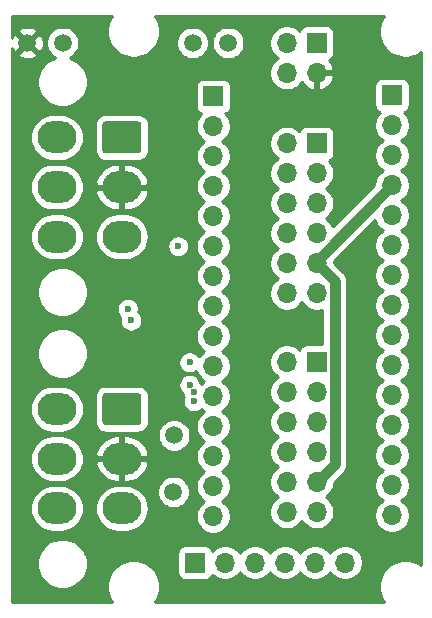
<source format=gbr>
G04 #@! TF.GenerationSoftware,KiCad,Pcbnew,(5.1.9)-1*
G04 #@! TF.CreationDate,2021-11-06T09:49:11-06:00*
G04 #@! TF.ProjectId,ABSIS_Nano,41425349-535f-44e6-916e-6f2e6b696361,1*
G04 #@! TF.SameCoordinates,Original*
G04 #@! TF.FileFunction,Copper,L2,Inr*
G04 #@! TF.FilePolarity,Positive*
%FSLAX46Y46*%
G04 Gerber Fmt 4.6, Leading zero omitted, Abs format (unit mm)*
G04 Created by KiCad (PCBNEW (5.1.9)-1) date 2021-11-06 09:49:11*
%MOMM*%
%LPD*%
G01*
G04 APERTURE LIST*
G04 #@! TA.AperFunction,ComponentPad*
%ADD10C,1.500000*%
G04 #@! TD*
G04 #@! TA.AperFunction,ComponentPad*
%ADD11R,1.700000X1.700000*%
G04 #@! TD*
G04 #@! TA.AperFunction,ComponentPad*
%ADD12O,1.700000X1.700000*%
G04 #@! TD*
G04 #@! TA.AperFunction,ComponentPad*
%ADD13O,3.300000X2.700000*%
G04 #@! TD*
G04 #@! TA.AperFunction,ViaPad*
%ADD14C,0.600000*%
G04 #@! TD*
G04 #@! TA.AperFunction,Conductor*
%ADD15C,0.914400*%
G04 #@! TD*
G04 #@! TA.AperFunction,Conductor*
%ADD16C,0.254000*%
G04 #@! TD*
G04 #@! TA.AperFunction,Conductor*
%ADD17C,0.100000*%
G04 #@! TD*
G04 APERTURE END LIST*
D10*
X136182100Y-104825800D03*
X136232900Y-100025200D03*
X126810000Y-66810000D03*
X137810000Y-66810000D03*
X123810000Y-66810000D03*
X140810000Y-66810000D03*
D11*
X148310000Y-66810000D03*
D12*
X145770000Y-66810000D03*
X148310000Y-69350000D03*
X145770000Y-69350000D03*
D13*
X126310000Y-106210000D03*
X126310000Y-102010000D03*
X126310000Y-97810000D03*
X131810000Y-106210000D03*
X131810000Y-102010000D03*
G04 #@! TA.AperFunction,ComponentPad*
G36*
G01*
X130410001Y-96460000D02*
X133209999Y-96460000D01*
G75*
G02*
X133460000Y-96710001I0J-250001D01*
G01*
X133460000Y-98909999D01*
G75*
G02*
X133209999Y-99160000I-250001J0D01*
G01*
X130410001Y-99160000D01*
G75*
G02*
X130160000Y-98909999I0J250001D01*
G01*
X130160000Y-96710001D01*
G75*
G02*
X130410001Y-96460000I250001J0D01*
G01*
G37*
G04 #@! TD.AperFunction*
X126310000Y-83210000D03*
X126310000Y-79010000D03*
X126310000Y-74810000D03*
X131810000Y-83210000D03*
X131810000Y-79010000D03*
G04 #@! TA.AperFunction,ComponentPad*
G36*
G01*
X130410001Y-73460000D02*
X133209999Y-73460000D01*
G75*
G02*
X133460000Y-73710001I0J-250001D01*
G01*
X133460000Y-75909999D01*
G75*
G02*
X133209999Y-76160000I-250001J0D01*
G01*
X130410001Y-76160000D01*
G75*
G02*
X130160000Y-75909999I0J250001D01*
G01*
X130160000Y-73710001D01*
G75*
G02*
X130410001Y-73460000I250001J0D01*
G01*
G37*
G04 #@! TD.AperFunction*
D12*
X150710000Y-110810000D03*
X148170000Y-110810000D03*
X145630000Y-110810000D03*
X143090000Y-110810000D03*
X140550000Y-110810000D03*
D11*
X138010000Y-110810000D03*
D12*
X145770000Y-106510000D03*
X148310000Y-106510000D03*
X145770000Y-103970000D03*
X148310000Y-103970000D03*
X145770000Y-101430000D03*
X148310000Y-101430000D03*
X145770000Y-98890000D03*
X148310000Y-98890000D03*
X145770000Y-96350000D03*
X148310000Y-96350000D03*
X145770000Y-93810000D03*
D11*
X148310000Y-93810000D03*
D12*
X145770000Y-88010000D03*
X148310000Y-88010000D03*
X145770000Y-85470000D03*
X148310000Y-85470000D03*
X145770000Y-82930000D03*
X148310000Y-82930000D03*
X145770000Y-80390000D03*
X148310000Y-80390000D03*
X145770000Y-77850000D03*
X148310000Y-77850000D03*
X145770000Y-75310000D03*
D11*
X148310000Y-75310000D03*
D12*
X139547600Y-106883200D03*
X139547600Y-104343200D03*
X139547600Y-101803200D03*
X139547600Y-99263200D03*
X139547600Y-96723200D03*
X139547600Y-94183200D03*
X139547600Y-91643200D03*
X139547600Y-89103200D03*
X139547600Y-86563200D03*
X139547600Y-84023200D03*
X139547600Y-81483200D03*
X139547600Y-78943200D03*
X139547600Y-76403200D03*
X139547600Y-73863200D03*
D11*
X139547600Y-71323200D03*
D12*
X154686000Y-106807000D03*
X154686000Y-104267000D03*
X154686000Y-101727000D03*
X154686000Y-99187000D03*
X154686000Y-96647000D03*
X154686000Y-94107000D03*
X154686000Y-91567000D03*
X154686000Y-89027000D03*
X154686000Y-86487000D03*
X154686000Y-83947000D03*
X154686000Y-81407000D03*
X154686000Y-78867000D03*
X154686000Y-76327000D03*
X154686000Y-73787000D03*
D11*
X154686000Y-71247000D03*
D14*
X137541000Y-93853000D03*
X136580510Y-84023200D03*
X137541000Y-95758000D03*
X137896000Y-97154000D03*
X137896000Y-96392000D03*
X132310000Y-89310000D03*
X132581390Y-90310000D03*
D15*
X148310000Y-85243000D02*
X148310000Y-85470000D01*
X154686000Y-78867000D02*
X148310000Y-85243000D01*
X149817201Y-102462799D02*
X148310000Y-103970000D01*
X149817201Y-86977201D02*
X149817201Y-102462799D01*
X148310000Y-85470000D02*
X149817201Y-86977201D01*
D16*
X130829369Y-64751331D02*
X130660890Y-65158075D01*
X130575000Y-65589872D01*
X130575000Y-66030128D01*
X130660890Y-66461925D01*
X130829369Y-66868669D01*
X131073962Y-67234729D01*
X131385271Y-67546038D01*
X131751331Y-67790631D01*
X132158075Y-67959110D01*
X132589872Y-68045000D01*
X133030128Y-68045000D01*
X133461925Y-67959110D01*
X133868669Y-67790631D01*
X134234729Y-67546038D01*
X134546038Y-67234729D01*
X134790631Y-66868669D01*
X134871435Y-66673589D01*
X136425000Y-66673589D01*
X136425000Y-66946411D01*
X136478225Y-67213989D01*
X136582629Y-67466043D01*
X136734201Y-67692886D01*
X136927114Y-67885799D01*
X137153957Y-68037371D01*
X137406011Y-68141775D01*
X137673589Y-68195000D01*
X137946411Y-68195000D01*
X138213989Y-68141775D01*
X138466043Y-68037371D01*
X138692886Y-67885799D01*
X138885799Y-67692886D01*
X139037371Y-67466043D01*
X139141775Y-67213989D01*
X139195000Y-66946411D01*
X139195000Y-66673589D01*
X139425000Y-66673589D01*
X139425000Y-66946411D01*
X139478225Y-67213989D01*
X139582629Y-67466043D01*
X139734201Y-67692886D01*
X139927114Y-67885799D01*
X140153957Y-68037371D01*
X140406011Y-68141775D01*
X140673589Y-68195000D01*
X140946411Y-68195000D01*
X141213989Y-68141775D01*
X141466043Y-68037371D01*
X141692886Y-67885799D01*
X141885799Y-67692886D01*
X142037371Y-67466043D01*
X142141775Y-67213989D01*
X142195000Y-66946411D01*
X142195000Y-66673589D01*
X142193041Y-66663740D01*
X144285000Y-66663740D01*
X144285000Y-66956260D01*
X144342068Y-67243158D01*
X144454010Y-67513411D01*
X144616525Y-67756632D01*
X144823368Y-67963475D01*
X144997760Y-68080000D01*
X144823368Y-68196525D01*
X144616525Y-68403368D01*
X144454010Y-68646589D01*
X144342068Y-68916842D01*
X144285000Y-69203740D01*
X144285000Y-69496260D01*
X144342068Y-69783158D01*
X144454010Y-70053411D01*
X144616525Y-70296632D01*
X144823368Y-70503475D01*
X145066589Y-70665990D01*
X145336842Y-70777932D01*
X145623740Y-70835000D01*
X145916260Y-70835000D01*
X146203158Y-70777932D01*
X146473411Y-70665990D01*
X146716632Y-70503475D01*
X146923475Y-70296632D01*
X147041100Y-70120594D01*
X147212412Y-70350269D01*
X147428645Y-70545178D01*
X147678748Y-70694157D01*
X147953109Y-70791481D01*
X148183000Y-70670814D01*
X148183000Y-69477000D01*
X148437000Y-69477000D01*
X148437000Y-70670814D01*
X148666891Y-70791481D01*
X148941252Y-70694157D01*
X149191355Y-70545178D01*
X149407588Y-70350269D01*
X149581641Y-70116920D01*
X149706825Y-69854099D01*
X149751476Y-69706890D01*
X149630155Y-69477000D01*
X148437000Y-69477000D01*
X148183000Y-69477000D01*
X148163000Y-69477000D01*
X148163000Y-69223000D01*
X148183000Y-69223000D01*
X148183000Y-69203000D01*
X148437000Y-69203000D01*
X148437000Y-69223000D01*
X149630155Y-69223000D01*
X149751476Y-68993110D01*
X149706825Y-68845901D01*
X149581641Y-68583080D01*
X149407588Y-68349731D01*
X149323534Y-68273966D01*
X149404180Y-68249502D01*
X149514494Y-68190537D01*
X149611185Y-68111185D01*
X149690537Y-68014494D01*
X149749502Y-67904180D01*
X149785812Y-67784482D01*
X149798072Y-67660000D01*
X149798072Y-65960000D01*
X149785812Y-65835518D01*
X149749502Y-65715820D01*
X149690537Y-65605506D01*
X149611185Y-65508815D01*
X149514494Y-65429463D01*
X149404180Y-65370498D01*
X149284482Y-65334188D01*
X149160000Y-65321928D01*
X147460000Y-65321928D01*
X147335518Y-65334188D01*
X147215820Y-65370498D01*
X147105506Y-65429463D01*
X147008815Y-65508815D01*
X146929463Y-65605506D01*
X146870498Y-65715820D01*
X146848487Y-65788380D01*
X146716632Y-65656525D01*
X146473411Y-65494010D01*
X146203158Y-65382068D01*
X145916260Y-65325000D01*
X145623740Y-65325000D01*
X145336842Y-65382068D01*
X145066589Y-65494010D01*
X144823368Y-65656525D01*
X144616525Y-65863368D01*
X144454010Y-66106589D01*
X144342068Y-66376842D01*
X144285000Y-66663740D01*
X142193041Y-66663740D01*
X142141775Y-66406011D01*
X142037371Y-66153957D01*
X141885799Y-65927114D01*
X141692886Y-65734201D01*
X141466043Y-65582629D01*
X141213989Y-65478225D01*
X140946411Y-65425000D01*
X140673589Y-65425000D01*
X140406011Y-65478225D01*
X140153957Y-65582629D01*
X139927114Y-65734201D01*
X139734201Y-65927114D01*
X139582629Y-66153957D01*
X139478225Y-66406011D01*
X139425000Y-66673589D01*
X139195000Y-66673589D01*
X139141775Y-66406011D01*
X139037371Y-66153957D01*
X138885799Y-65927114D01*
X138692886Y-65734201D01*
X138466043Y-65582629D01*
X138213989Y-65478225D01*
X137946411Y-65425000D01*
X137673589Y-65425000D01*
X137406011Y-65478225D01*
X137153957Y-65582629D01*
X136927114Y-65734201D01*
X136734201Y-65927114D01*
X136582629Y-66153957D01*
X136478225Y-66406011D01*
X136425000Y-66673589D01*
X134871435Y-66673589D01*
X134959110Y-66461925D01*
X135045000Y-66030128D01*
X135045000Y-65589872D01*
X134959110Y-65158075D01*
X134790631Y-64751331D01*
X134619356Y-64495000D01*
X154000644Y-64495000D01*
X153829369Y-64751331D01*
X153660890Y-65158075D01*
X153575000Y-65589872D01*
X153575000Y-66030128D01*
X153660890Y-66461925D01*
X153829369Y-66868669D01*
X154073962Y-67234729D01*
X154385271Y-67546038D01*
X154751331Y-67790631D01*
X155158075Y-67959110D01*
X155589872Y-68045000D01*
X156030128Y-68045000D01*
X156461925Y-67959110D01*
X156868669Y-67790631D01*
X157125001Y-67619356D01*
X157125000Y-111000644D01*
X156868669Y-110829369D01*
X156461925Y-110660890D01*
X156030128Y-110575000D01*
X155589872Y-110575000D01*
X155158075Y-110660890D01*
X154751331Y-110829369D01*
X154385271Y-111073962D01*
X154073962Y-111385271D01*
X153829369Y-111751331D01*
X153660890Y-112158075D01*
X153575000Y-112589872D01*
X153575000Y-113030128D01*
X153660890Y-113461925D01*
X153829369Y-113868669D01*
X154000644Y-114125000D01*
X134619356Y-114125000D01*
X134790631Y-113868669D01*
X134959110Y-113461925D01*
X135045000Y-113030128D01*
X135045000Y-112589872D01*
X134959110Y-112158075D01*
X134790631Y-111751331D01*
X134546038Y-111385271D01*
X134234729Y-111073962D01*
X133868669Y-110829369D01*
X133461925Y-110660890D01*
X133030128Y-110575000D01*
X132589872Y-110575000D01*
X132158075Y-110660890D01*
X131751331Y-110829369D01*
X131385271Y-111073962D01*
X131073962Y-111385271D01*
X130829369Y-111751331D01*
X130660890Y-112158075D01*
X130575000Y-112589872D01*
X130575000Y-113030128D01*
X130660890Y-113461925D01*
X130829369Y-113868669D01*
X131000644Y-114125000D01*
X122495000Y-114125000D01*
X122495000Y-110699721D01*
X124635000Y-110699721D01*
X124635000Y-111120279D01*
X124717047Y-111532756D01*
X124877988Y-111921302D01*
X125111637Y-112270983D01*
X125409017Y-112568363D01*
X125758698Y-112802012D01*
X126147244Y-112962953D01*
X126559721Y-113045000D01*
X126980279Y-113045000D01*
X127392756Y-112962953D01*
X127781302Y-112802012D01*
X128130983Y-112568363D01*
X128428363Y-112270983D01*
X128662012Y-111921302D01*
X128822953Y-111532756D01*
X128905000Y-111120279D01*
X128905000Y-110699721D01*
X128822953Y-110287244D01*
X128687405Y-109960000D01*
X136521928Y-109960000D01*
X136521928Y-111660000D01*
X136534188Y-111784482D01*
X136570498Y-111904180D01*
X136629463Y-112014494D01*
X136708815Y-112111185D01*
X136805506Y-112190537D01*
X136915820Y-112249502D01*
X137035518Y-112285812D01*
X137160000Y-112298072D01*
X138860000Y-112298072D01*
X138984482Y-112285812D01*
X139104180Y-112249502D01*
X139214494Y-112190537D01*
X139311185Y-112111185D01*
X139390537Y-112014494D01*
X139449502Y-111904180D01*
X139471513Y-111831620D01*
X139603368Y-111963475D01*
X139846589Y-112125990D01*
X140116842Y-112237932D01*
X140403740Y-112295000D01*
X140696260Y-112295000D01*
X140983158Y-112237932D01*
X141253411Y-112125990D01*
X141496632Y-111963475D01*
X141703475Y-111756632D01*
X141820000Y-111582240D01*
X141936525Y-111756632D01*
X142143368Y-111963475D01*
X142386589Y-112125990D01*
X142656842Y-112237932D01*
X142943740Y-112295000D01*
X143236260Y-112295000D01*
X143523158Y-112237932D01*
X143793411Y-112125990D01*
X144036632Y-111963475D01*
X144243475Y-111756632D01*
X144360000Y-111582240D01*
X144476525Y-111756632D01*
X144683368Y-111963475D01*
X144926589Y-112125990D01*
X145196842Y-112237932D01*
X145483740Y-112295000D01*
X145776260Y-112295000D01*
X146063158Y-112237932D01*
X146333411Y-112125990D01*
X146576632Y-111963475D01*
X146783475Y-111756632D01*
X146900000Y-111582240D01*
X147016525Y-111756632D01*
X147223368Y-111963475D01*
X147466589Y-112125990D01*
X147736842Y-112237932D01*
X148023740Y-112295000D01*
X148316260Y-112295000D01*
X148603158Y-112237932D01*
X148873411Y-112125990D01*
X149116632Y-111963475D01*
X149323475Y-111756632D01*
X149440000Y-111582240D01*
X149556525Y-111756632D01*
X149763368Y-111963475D01*
X150006589Y-112125990D01*
X150276842Y-112237932D01*
X150563740Y-112295000D01*
X150856260Y-112295000D01*
X151143158Y-112237932D01*
X151413411Y-112125990D01*
X151656632Y-111963475D01*
X151863475Y-111756632D01*
X152025990Y-111513411D01*
X152137932Y-111243158D01*
X152195000Y-110956260D01*
X152195000Y-110663740D01*
X152137932Y-110376842D01*
X152025990Y-110106589D01*
X151863475Y-109863368D01*
X151656632Y-109656525D01*
X151413411Y-109494010D01*
X151143158Y-109382068D01*
X150856260Y-109325000D01*
X150563740Y-109325000D01*
X150276842Y-109382068D01*
X150006589Y-109494010D01*
X149763368Y-109656525D01*
X149556525Y-109863368D01*
X149440000Y-110037760D01*
X149323475Y-109863368D01*
X149116632Y-109656525D01*
X148873411Y-109494010D01*
X148603158Y-109382068D01*
X148316260Y-109325000D01*
X148023740Y-109325000D01*
X147736842Y-109382068D01*
X147466589Y-109494010D01*
X147223368Y-109656525D01*
X147016525Y-109863368D01*
X146900000Y-110037760D01*
X146783475Y-109863368D01*
X146576632Y-109656525D01*
X146333411Y-109494010D01*
X146063158Y-109382068D01*
X145776260Y-109325000D01*
X145483740Y-109325000D01*
X145196842Y-109382068D01*
X144926589Y-109494010D01*
X144683368Y-109656525D01*
X144476525Y-109863368D01*
X144360000Y-110037760D01*
X144243475Y-109863368D01*
X144036632Y-109656525D01*
X143793411Y-109494010D01*
X143523158Y-109382068D01*
X143236260Y-109325000D01*
X142943740Y-109325000D01*
X142656842Y-109382068D01*
X142386589Y-109494010D01*
X142143368Y-109656525D01*
X141936525Y-109863368D01*
X141820000Y-110037760D01*
X141703475Y-109863368D01*
X141496632Y-109656525D01*
X141253411Y-109494010D01*
X140983158Y-109382068D01*
X140696260Y-109325000D01*
X140403740Y-109325000D01*
X140116842Y-109382068D01*
X139846589Y-109494010D01*
X139603368Y-109656525D01*
X139471513Y-109788380D01*
X139449502Y-109715820D01*
X139390537Y-109605506D01*
X139311185Y-109508815D01*
X139214494Y-109429463D01*
X139104180Y-109370498D01*
X138984482Y-109334188D01*
X138860000Y-109321928D01*
X137160000Y-109321928D01*
X137035518Y-109334188D01*
X136915820Y-109370498D01*
X136805506Y-109429463D01*
X136708815Y-109508815D01*
X136629463Y-109605506D01*
X136570498Y-109715820D01*
X136534188Y-109835518D01*
X136521928Y-109960000D01*
X128687405Y-109960000D01*
X128662012Y-109898698D01*
X128428363Y-109549017D01*
X128130983Y-109251637D01*
X127781302Y-109017988D01*
X127392756Y-108857047D01*
X126980279Y-108775000D01*
X126559721Y-108775000D01*
X126147244Y-108857047D01*
X125758698Y-109017988D01*
X125409017Y-109251637D01*
X125111637Y-109549017D01*
X124877988Y-109898698D01*
X124717047Y-110287244D01*
X124635000Y-110699721D01*
X122495000Y-110699721D01*
X122495000Y-106210000D01*
X124015396Y-106210000D01*
X124053722Y-106599128D01*
X124167226Y-106973302D01*
X124351547Y-107318143D01*
X124599602Y-107620398D01*
X124901857Y-107868453D01*
X125246698Y-108052774D01*
X125620872Y-108166278D01*
X125912490Y-108195000D01*
X126707510Y-108195000D01*
X126999128Y-108166278D01*
X127373302Y-108052774D01*
X127718143Y-107868453D01*
X128020398Y-107620398D01*
X128268453Y-107318143D01*
X128452774Y-106973302D01*
X128566278Y-106599128D01*
X128604604Y-106210000D01*
X129515396Y-106210000D01*
X129553722Y-106599128D01*
X129667226Y-106973302D01*
X129851547Y-107318143D01*
X130099602Y-107620398D01*
X130401857Y-107868453D01*
X130746698Y-108052774D01*
X131120872Y-108166278D01*
X131412490Y-108195000D01*
X132207510Y-108195000D01*
X132499128Y-108166278D01*
X132873302Y-108052774D01*
X133218143Y-107868453D01*
X133520398Y-107620398D01*
X133768453Y-107318143D01*
X133952774Y-106973302D01*
X134066278Y-106599128D01*
X134104604Y-106210000D01*
X134066278Y-105820872D01*
X133952774Y-105446698D01*
X133768453Y-105101857D01*
X133520398Y-104799602D01*
X133386104Y-104689389D01*
X134797100Y-104689389D01*
X134797100Y-104962211D01*
X134850325Y-105229789D01*
X134954729Y-105481843D01*
X135106301Y-105708686D01*
X135299214Y-105901599D01*
X135526057Y-106053171D01*
X135778111Y-106157575D01*
X136045689Y-106210800D01*
X136318511Y-106210800D01*
X136586089Y-106157575D01*
X136838143Y-106053171D01*
X137064986Y-105901599D01*
X137257899Y-105708686D01*
X137409471Y-105481843D01*
X137513875Y-105229789D01*
X137567100Y-104962211D01*
X137567100Y-104689389D01*
X137513875Y-104421811D01*
X137409471Y-104169757D01*
X137257899Y-103942914D01*
X137064986Y-103750001D01*
X136838143Y-103598429D01*
X136586089Y-103494025D01*
X136318511Y-103440800D01*
X136045689Y-103440800D01*
X135778111Y-103494025D01*
X135526057Y-103598429D01*
X135299214Y-103750001D01*
X135106301Y-103942914D01*
X134954729Y-104169757D01*
X134850325Y-104421811D01*
X134797100Y-104689389D01*
X133386104Y-104689389D01*
X133218143Y-104551547D01*
X132873302Y-104367226D01*
X132499128Y-104253722D01*
X132207510Y-104225000D01*
X131412490Y-104225000D01*
X131120872Y-104253722D01*
X130746698Y-104367226D01*
X130401857Y-104551547D01*
X130099602Y-104799602D01*
X129851547Y-105101857D01*
X129667226Y-105446698D01*
X129553722Y-105820872D01*
X129515396Y-106210000D01*
X128604604Y-106210000D01*
X128566278Y-105820872D01*
X128452774Y-105446698D01*
X128268453Y-105101857D01*
X128020398Y-104799602D01*
X127718143Y-104551547D01*
X127373302Y-104367226D01*
X126999128Y-104253722D01*
X126707510Y-104225000D01*
X125912490Y-104225000D01*
X125620872Y-104253722D01*
X125246698Y-104367226D01*
X124901857Y-104551547D01*
X124599602Y-104799602D01*
X124351547Y-105101857D01*
X124167226Y-105446698D01*
X124053722Y-105820872D01*
X124015396Y-106210000D01*
X122495000Y-106210000D01*
X122495000Y-102010000D01*
X124015396Y-102010000D01*
X124053722Y-102399128D01*
X124167226Y-102773302D01*
X124351547Y-103118143D01*
X124599602Y-103420398D01*
X124901857Y-103668453D01*
X125246698Y-103852774D01*
X125620872Y-103966278D01*
X125912490Y-103995000D01*
X126707510Y-103995000D01*
X126999128Y-103966278D01*
X127373302Y-103852774D01*
X127718143Y-103668453D01*
X128020398Y-103420398D01*
X128268453Y-103118143D01*
X128452774Y-102773302D01*
X128552264Y-102445323D01*
X129573323Y-102445323D01*
X129627499Y-102652295D01*
X129788976Y-103007211D01*
X130016591Y-103323805D01*
X130301597Y-103589910D01*
X130633041Y-103795300D01*
X130998186Y-103932082D01*
X131383000Y-103995000D01*
X131683000Y-103995000D01*
X131683000Y-102137000D01*
X131937000Y-102137000D01*
X131937000Y-103995000D01*
X132237000Y-103995000D01*
X132621814Y-103932082D01*
X132986959Y-103795300D01*
X133318403Y-103589910D01*
X133603409Y-103323805D01*
X133831024Y-103007211D01*
X133992501Y-102652295D01*
X134046677Y-102445323D01*
X133931829Y-102137000D01*
X131937000Y-102137000D01*
X131683000Y-102137000D01*
X129688171Y-102137000D01*
X129573323Y-102445323D01*
X128552264Y-102445323D01*
X128566278Y-102399128D01*
X128604604Y-102010000D01*
X128566278Y-101620872D01*
X128552265Y-101574677D01*
X129573323Y-101574677D01*
X129688171Y-101883000D01*
X131683000Y-101883000D01*
X131683000Y-100025000D01*
X131937000Y-100025000D01*
X131937000Y-101883000D01*
X133931829Y-101883000D01*
X134046677Y-101574677D01*
X133992501Y-101367705D01*
X133831024Y-101012789D01*
X133603409Y-100696195D01*
X133318403Y-100430090D01*
X132986959Y-100224700D01*
X132621814Y-100087918D01*
X132237000Y-100025000D01*
X131937000Y-100025000D01*
X131683000Y-100025000D01*
X131383000Y-100025000D01*
X130998186Y-100087918D01*
X130633041Y-100224700D01*
X130301597Y-100430090D01*
X130016591Y-100696195D01*
X129788976Y-101012789D01*
X129627499Y-101367705D01*
X129573323Y-101574677D01*
X128552265Y-101574677D01*
X128452774Y-101246698D01*
X128268453Y-100901857D01*
X128020398Y-100599602D01*
X127718143Y-100351547D01*
X127373302Y-100167226D01*
X126999128Y-100053722D01*
X126707510Y-100025000D01*
X125912490Y-100025000D01*
X125620872Y-100053722D01*
X125246698Y-100167226D01*
X124901857Y-100351547D01*
X124599602Y-100599602D01*
X124351547Y-100901857D01*
X124167226Y-101246698D01*
X124053722Y-101620872D01*
X124015396Y-102010000D01*
X122495000Y-102010000D01*
X122495000Y-99888789D01*
X134847900Y-99888789D01*
X134847900Y-100161611D01*
X134901125Y-100429189D01*
X135005529Y-100681243D01*
X135157101Y-100908086D01*
X135350014Y-101100999D01*
X135576857Y-101252571D01*
X135828911Y-101356975D01*
X136096489Y-101410200D01*
X136369311Y-101410200D01*
X136636889Y-101356975D01*
X136888943Y-101252571D01*
X137115786Y-101100999D01*
X137308699Y-100908086D01*
X137460271Y-100681243D01*
X137564675Y-100429189D01*
X137617900Y-100161611D01*
X137617900Y-99888789D01*
X137564675Y-99621211D01*
X137460271Y-99369157D01*
X137308699Y-99142314D01*
X137115786Y-98949401D01*
X136888943Y-98797829D01*
X136636889Y-98693425D01*
X136369311Y-98640200D01*
X136096489Y-98640200D01*
X135828911Y-98693425D01*
X135576857Y-98797829D01*
X135350014Y-98949401D01*
X135157101Y-99142314D01*
X135005529Y-99369157D01*
X134901125Y-99621211D01*
X134847900Y-99888789D01*
X122495000Y-99888789D01*
X122495000Y-97810000D01*
X124015396Y-97810000D01*
X124053722Y-98199128D01*
X124167226Y-98573302D01*
X124351547Y-98918143D01*
X124599602Y-99220398D01*
X124901857Y-99468453D01*
X125246698Y-99652774D01*
X125620872Y-99766278D01*
X125912490Y-99795000D01*
X126707510Y-99795000D01*
X126999128Y-99766278D01*
X127373302Y-99652774D01*
X127718143Y-99468453D01*
X128020398Y-99220398D01*
X128268453Y-98918143D01*
X128452774Y-98573302D01*
X128566278Y-98199128D01*
X128604604Y-97810000D01*
X128566278Y-97420872D01*
X128452774Y-97046698D01*
X128272807Y-96710001D01*
X129521928Y-96710001D01*
X129521928Y-98909999D01*
X129538992Y-99083253D01*
X129589529Y-99249850D01*
X129671595Y-99403386D01*
X129782039Y-99537961D01*
X129916614Y-99648405D01*
X130070150Y-99730471D01*
X130236747Y-99781008D01*
X130410001Y-99798072D01*
X133209999Y-99798072D01*
X133383253Y-99781008D01*
X133549850Y-99730471D01*
X133703386Y-99648405D01*
X133837961Y-99537961D01*
X133948405Y-99403386D01*
X134030471Y-99249850D01*
X134081008Y-99083253D01*
X134098072Y-98909999D01*
X134098072Y-96710001D01*
X134081008Y-96536747D01*
X134030471Y-96370150D01*
X133948405Y-96216614D01*
X133837961Y-96082039D01*
X133703386Y-95971595D01*
X133549850Y-95889529D01*
X133383253Y-95838992D01*
X133209999Y-95821928D01*
X130410001Y-95821928D01*
X130236747Y-95838992D01*
X130070150Y-95889529D01*
X129916614Y-95971595D01*
X129782039Y-96082039D01*
X129671595Y-96216614D01*
X129589529Y-96370150D01*
X129538992Y-96536747D01*
X129521928Y-96710001D01*
X128272807Y-96710001D01*
X128268453Y-96701857D01*
X128020398Y-96399602D01*
X127718143Y-96151547D01*
X127373302Y-95967226D01*
X126999128Y-95853722D01*
X126707510Y-95825000D01*
X125912490Y-95825000D01*
X125620872Y-95853722D01*
X125246698Y-95967226D01*
X124901857Y-96151547D01*
X124599602Y-96399602D01*
X124351547Y-96701857D01*
X124167226Y-97046698D01*
X124053722Y-97420872D01*
X124015396Y-97810000D01*
X122495000Y-97810000D01*
X122495000Y-92899721D01*
X124635000Y-92899721D01*
X124635000Y-93320279D01*
X124717047Y-93732756D01*
X124877988Y-94121302D01*
X125111637Y-94470983D01*
X125409017Y-94768363D01*
X125758698Y-95002012D01*
X126147244Y-95162953D01*
X126559721Y-95245000D01*
X126980279Y-95245000D01*
X127392756Y-95162953D01*
X127781302Y-95002012D01*
X128130983Y-94768363D01*
X128428363Y-94470983D01*
X128662012Y-94121302D01*
X128811290Y-93760911D01*
X136606000Y-93760911D01*
X136606000Y-93945089D01*
X136641932Y-94125729D01*
X136712414Y-94295889D01*
X136814738Y-94449028D01*
X136944972Y-94579262D01*
X137098111Y-94681586D01*
X137268271Y-94752068D01*
X137448911Y-94788000D01*
X137633089Y-94788000D01*
X137813729Y-94752068D01*
X137983889Y-94681586D01*
X138115191Y-94593853D01*
X138119668Y-94616358D01*
X138231610Y-94886611D01*
X138394125Y-95129832D01*
X138600968Y-95336675D01*
X138775360Y-95453200D01*
X138600968Y-95569725D01*
X138498492Y-95672202D01*
X138492028Y-95665738D01*
X138473503Y-95653360D01*
X138440068Y-95485271D01*
X138369586Y-95315111D01*
X138267262Y-95161972D01*
X138137028Y-95031738D01*
X137983889Y-94929414D01*
X137813729Y-94858932D01*
X137633089Y-94823000D01*
X137448911Y-94823000D01*
X137268271Y-94858932D01*
X137098111Y-94929414D01*
X136944972Y-95031738D01*
X136814738Y-95161972D01*
X136712414Y-95315111D01*
X136641932Y-95485271D01*
X136606000Y-95665911D01*
X136606000Y-95850089D01*
X136641932Y-96030729D01*
X136712414Y-96200889D01*
X136814738Y-96354028D01*
X136944972Y-96484262D01*
X136963497Y-96496640D01*
X136996932Y-96664729D01*
X137041779Y-96773000D01*
X136996932Y-96881271D01*
X136961000Y-97061911D01*
X136961000Y-97246089D01*
X136996932Y-97426729D01*
X137067414Y-97596889D01*
X137169738Y-97750028D01*
X137299972Y-97880262D01*
X137453111Y-97982586D01*
X137623271Y-98053068D01*
X137803911Y-98089000D01*
X137988089Y-98089000D01*
X138168729Y-98053068D01*
X138338889Y-97982586D01*
X138492028Y-97880262D01*
X138548292Y-97823999D01*
X138600968Y-97876675D01*
X138775360Y-97993200D01*
X138600968Y-98109725D01*
X138394125Y-98316568D01*
X138231610Y-98559789D01*
X138119668Y-98830042D01*
X138062600Y-99116940D01*
X138062600Y-99409460D01*
X138119668Y-99696358D01*
X138231610Y-99966611D01*
X138394125Y-100209832D01*
X138600968Y-100416675D01*
X138775360Y-100533200D01*
X138600968Y-100649725D01*
X138394125Y-100856568D01*
X138231610Y-101099789D01*
X138119668Y-101370042D01*
X138062600Y-101656940D01*
X138062600Y-101949460D01*
X138119668Y-102236358D01*
X138231610Y-102506611D01*
X138394125Y-102749832D01*
X138600968Y-102956675D01*
X138775360Y-103073200D01*
X138600968Y-103189725D01*
X138394125Y-103396568D01*
X138231610Y-103639789D01*
X138119668Y-103910042D01*
X138062600Y-104196940D01*
X138062600Y-104489460D01*
X138119668Y-104776358D01*
X138231610Y-105046611D01*
X138394125Y-105289832D01*
X138600968Y-105496675D01*
X138775360Y-105613200D01*
X138600968Y-105729725D01*
X138394125Y-105936568D01*
X138231610Y-106179789D01*
X138119668Y-106450042D01*
X138062600Y-106736940D01*
X138062600Y-107029460D01*
X138119668Y-107316358D01*
X138231610Y-107586611D01*
X138394125Y-107829832D01*
X138600968Y-108036675D01*
X138844189Y-108199190D01*
X139114442Y-108311132D01*
X139401340Y-108368200D01*
X139693860Y-108368200D01*
X139980758Y-108311132D01*
X140251011Y-108199190D01*
X140494232Y-108036675D01*
X140701075Y-107829832D01*
X140863590Y-107586611D01*
X140975532Y-107316358D01*
X141032600Y-107029460D01*
X141032600Y-106736940D01*
X140975532Y-106450042D01*
X140863590Y-106179789D01*
X140701075Y-105936568D01*
X140494232Y-105729725D01*
X140319840Y-105613200D01*
X140494232Y-105496675D01*
X140701075Y-105289832D01*
X140863590Y-105046611D01*
X140975532Y-104776358D01*
X141032600Y-104489460D01*
X141032600Y-104196940D01*
X140975532Y-103910042D01*
X140863590Y-103639789D01*
X140701075Y-103396568D01*
X140494232Y-103189725D01*
X140319840Y-103073200D01*
X140494232Y-102956675D01*
X140701075Y-102749832D01*
X140863590Y-102506611D01*
X140975532Y-102236358D01*
X141032600Y-101949460D01*
X141032600Y-101656940D01*
X140975532Y-101370042D01*
X140863590Y-101099789D01*
X140701075Y-100856568D01*
X140494232Y-100649725D01*
X140319840Y-100533200D01*
X140494232Y-100416675D01*
X140701075Y-100209832D01*
X140863590Y-99966611D01*
X140975532Y-99696358D01*
X141032600Y-99409460D01*
X141032600Y-99116940D01*
X140975532Y-98830042D01*
X140863590Y-98559789D01*
X140701075Y-98316568D01*
X140494232Y-98109725D01*
X140319840Y-97993200D01*
X140494232Y-97876675D01*
X140701075Y-97669832D01*
X140863590Y-97426611D01*
X140975532Y-97156358D01*
X141032600Y-96869460D01*
X141032600Y-96576940D01*
X140975532Y-96290042D01*
X140863590Y-96019789D01*
X140701075Y-95776568D01*
X140494232Y-95569725D01*
X140319840Y-95453200D01*
X140494232Y-95336675D01*
X140701075Y-95129832D01*
X140863590Y-94886611D01*
X140975532Y-94616358D01*
X141032600Y-94329460D01*
X141032600Y-94036940D01*
X140975532Y-93750042D01*
X140863590Y-93479789D01*
X140701075Y-93236568D01*
X140494232Y-93029725D01*
X140319840Y-92913200D01*
X140494232Y-92796675D01*
X140701075Y-92589832D01*
X140863590Y-92346611D01*
X140975532Y-92076358D01*
X141032600Y-91789460D01*
X141032600Y-91496940D01*
X140975532Y-91210042D01*
X140863590Y-90939789D01*
X140701075Y-90696568D01*
X140494232Y-90489725D01*
X140319840Y-90373200D01*
X140494232Y-90256675D01*
X140701075Y-90049832D01*
X140863590Y-89806611D01*
X140975532Y-89536358D01*
X141032600Y-89249460D01*
X141032600Y-88956940D01*
X140975532Y-88670042D01*
X140863590Y-88399789D01*
X140701075Y-88156568D01*
X140494232Y-87949725D01*
X140319840Y-87833200D01*
X140494232Y-87716675D01*
X140701075Y-87509832D01*
X140863590Y-87266611D01*
X140975532Y-86996358D01*
X141032600Y-86709460D01*
X141032600Y-86416940D01*
X140975532Y-86130042D01*
X140863590Y-85859789D01*
X140701075Y-85616568D01*
X140494232Y-85409725D01*
X140319840Y-85293200D01*
X140494232Y-85176675D01*
X140701075Y-84969832D01*
X140863590Y-84726611D01*
X140975532Y-84456358D01*
X141032600Y-84169460D01*
X141032600Y-83876940D01*
X140975532Y-83590042D01*
X140863590Y-83319789D01*
X140701075Y-83076568D01*
X140494232Y-82869725D01*
X140319840Y-82753200D01*
X140494232Y-82636675D01*
X140701075Y-82429832D01*
X140863590Y-82186611D01*
X140975532Y-81916358D01*
X141032600Y-81629460D01*
X141032600Y-81336940D01*
X140975532Y-81050042D01*
X140863590Y-80779789D01*
X140701075Y-80536568D01*
X140494232Y-80329725D01*
X140319840Y-80213200D01*
X140494232Y-80096675D01*
X140701075Y-79889832D01*
X140863590Y-79646611D01*
X140975532Y-79376358D01*
X141032600Y-79089460D01*
X141032600Y-78796940D01*
X140975532Y-78510042D01*
X140863590Y-78239789D01*
X140701075Y-77996568D01*
X140494232Y-77789725D01*
X140319840Y-77673200D01*
X140494232Y-77556675D01*
X140701075Y-77349832D01*
X140863590Y-77106611D01*
X140975532Y-76836358D01*
X141032600Y-76549460D01*
X141032600Y-76256940D01*
X140975532Y-75970042D01*
X140863590Y-75699789D01*
X140701075Y-75456568D01*
X140494232Y-75249725D01*
X140365547Y-75163740D01*
X144285000Y-75163740D01*
X144285000Y-75456260D01*
X144342068Y-75743158D01*
X144454010Y-76013411D01*
X144616525Y-76256632D01*
X144823368Y-76463475D01*
X144997760Y-76580000D01*
X144823368Y-76696525D01*
X144616525Y-76903368D01*
X144454010Y-77146589D01*
X144342068Y-77416842D01*
X144285000Y-77703740D01*
X144285000Y-77996260D01*
X144342068Y-78283158D01*
X144454010Y-78553411D01*
X144616525Y-78796632D01*
X144823368Y-79003475D01*
X144997760Y-79120000D01*
X144823368Y-79236525D01*
X144616525Y-79443368D01*
X144454010Y-79686589D01*
X144342068Y-79956842D01*
X144285000Y-80243740D01*
X144285000Y-80536260D01*
X144342068Y-80823158D01*
X144454010Y-81093411D01*
X144616525Y-81336632D01*
X144823368Y-81543475D01*
X144997760Y-81660000D01*
X144823368Y-81776525D01*
X144616525Y-81983368D01*
X144454010Y-82226589D01*
X144342068Y-82496842D01*
X144285000Y-82783740D01*
X144285000Y-83076260D01*
X144342068Y-83363158D01*
X144454010Y-83633411D01*
X144616525Y-83876632D01*
X144823368Y-84083475D01*
X144997760Y-84200000D01*
X144823368Y-84316525D01*
X144616525Y-84523368D01*
X144454010Y-84766589D01*
X144342068Y-85036842D01*
X144285000Y-85323740D01*
X144285000Y-85616260D01*
X144342068Y-85903158D01*
X144454010Y-86173411D01*
X144616525Y-86416632D01*
X144823368Y-86623475D01*
X144997760Y-86740000D01*
X144823368Y-86856525D01*
X144616525Y-87063368D01*
X144454010Y-87306589D01*
X144342068Y-87576842D01*
X144285000Y-87863740D01*
X144285000Y-88156260D01*
X144342068Y-88443158D01*
X144454010Y-88713411D01*
X144616525Y-88956632D01*
X144823368Y-89163475D01*
X145066589Y-89325990D01*
X145336842Y-89437932D01*
X145623740Y-89495000D01*
X145916260Y-89495000D01*
X146203158Y-89437932D01*
X146473411Y-89325990D01*
X146716632Y-89163475D01*
X146923475Y-88956632D01*
X147040000Y-88782240D01*
X147156525Y-88956632D01*
X147363368Y-89163475D01*
X147606589Y-89325990D01*
X147876842Y-89437932D01*
X148163740Y-89495000D01*
X148456260Y-89495000D01*
X148725001Y-89441544D01*
X148725001Y-92321928D01*
X147460000Y-92321928D01*
X147335518Y-92334188D01*
X147215820Y-92370498D01*
X147105506Y-92429463D01*
X147008815Y-92508815D01*
X146929463Y-92605506D01*
X146870498Y-92715820D01*
X146848487Y-92788380D01*
X146716632Y-92656525D01*
X146473411Y-92494010D01*
X146203158Y-92382068D01*
X145916260Y-92325000D01*
X145623740Y-92325000D01*
X145336842Y-92382068D01*
X145066589Y-92494010D01*
X144823368Y-92656525D01*
X144616525Y-92863368D01*
X144454010Y-93106589D01*
X144342068Y-93376842D01*
X144285000Y-93663740D01*
X144285000Y-93956260D01*
X144342068Y-94243158D01*
X144454010Y-94513411D01*
X144616525Y-94756632D01*
X144823368Y-94963475D01*
X144997760Y-95080000D01*
X144823368Y-95196525D01*
X144616525Y-95403368D01*
X144454010Y-95646589D01*
X144342068Y-95916842D01*
X144285000Y-96203740D01*
X144285000Y-96496260D01*
X144342068Y-96783158D01*
X144454010Y-97053411D01*
X144616525Y-97296632D01*
X144823368Y-97503475D01*
X144997760Y-97620000D01*
X144823368Y-97736525D01*
X144616525Y-97943368D01*
X144454010Y-98186589D01*
X144342068Y-98456842D01*
X144285000Y-98743740D01*
X144285000Y-99036260D01*
X144342068Y-99323158D01*
X144454010Y-99593411D01*
X144616525Y-99836632D01*
X144823368Y-100043475D01*
X144997760Y-100160000D01*
X144823368Y-100276525D01*
X144616525Y-100483368D01*
X144454010Y-100726589D01*
X144342068Y-100996842D01*
X144285000Y-101283740D01*
X144285000Y-101576260D01*
X144342068Y-101863158D01*
X144454010Y-102133411D01*
X144616525Y-102376632D01*
X144823368Y-102583475D01*
X144997760Y-102700000D01*
X144823368Y-102816525D01*
X144616525Y-103023368D01*
X144454010Y-103266589D01*
X144342068Y-103536842D01*
X144285000Y-103823740D01*
X144285000Y-104116260D01*
X144342068Y-104403158D01*
X144454010Y-104673411D01*
X144616525Y-104916632D01*
X144823368Y-105123475D01*
X144997760Y-105240000D01*
X144823368Y-105356525D01*
X144616525Y-105563368D01*
X144454010Y-105806589D01*
X144342068Y-106076842D01*
X144285000Y-106363740D01*
X144285000Y-106656260D01*
X144342068Y-106943158D01*
X144454010Y-107213411D01*
X144616525Y-107456632D01*
X144823368Y-107663475D01*
X145066589Y-107825990D01*
X145336842Y-107937932D01*
X145623740Y-107995000D01*
X145916260Y-107995000D01*
X146203158Y-107937932D01*
X146473411Y-107825990D01*
X146716632Y-107663475D01*
X146923475Y-107456632D01*
X147040000Y-107282240D01*
X147156525Y-107456632D01*
X147363368Y-107663475D01*
X147606589Y-107825990D01*
X147876842Y-107937932D01*
X148163740Y-107995000D01*
X148456260Y-107995000D01*
X148743158Y-107937932D01*
X149013411Y-107825990D01*
X149256632Y-107663475D01*
X149463475Y-107456632D01*
X149625990Y-107213411D01*
X149737932Y-106943158D01*
X149795000Y-106656260D01*
X149795000Y-106363740D01*
X149737932Y-106076842D01*
X149625990Y-105806589D01*
X149463475Y-105563368D01*
X149256632Y-105356525D01*
X149082240Y-105240000D01*
X149256632Y-105123475D01*
X149463475Y-104916632D01*
X149625990Y-104673411D01*
X149737932Y-104403158D01*
X149795000Y-104116260D01*
X149795000Y-104029603D01*
X150551569Y-103273034D01*
X150593239Y-103238837D01*
X150633545Y-103189725D01*
X150729725Y-103072529D01*
X150745514Y-103042990D01*
X150831144Y-102882788D01*
X150893597Y-102676908D01*
X150909401Y-102516448D01*
X150909401Y-102516441D01*
X150914684Y-102462800D01*
X150909401Y-102409158D01*
X150909401Y-87030842D01*
X150914684Y-86977200D01*
X150909401Y-86923559D01*
X150909401Y-86923552D01*
X150893597Y-86763092D01*
X150831144Y-86557212D01*
X150729726Y-86367472D01*
X150593239Y-86201163D01*
X150551569Y-86166966D01*
X149795000Y-85410397D01*
X149795000Y-85323740D01*
X149791493Y-85306110D01*
X153257965Y-81839639D01*
X153258068Y-81840158D01*
X153370010Y-82110411D01*
X153532525Y-82353632D01*
X153739368Y-82560475D01*
X153913760Y-82677000D01*
X153739368Y-82793525D01*
X153532525Y-83000368D01*
X153370010Y-83243589D01*
X153258068Y-83513842D01*
X153201000Y-83800740D01*
X153201000Y-84093260D01*
X153258068Y-84380158D01*
X153370010Y-84650411D01*
X153532525Y-84893632D01*
X153739368Y-85100475D01*
X153913760Y-85217000D01*
X153739368Y-85333525D01*
X153532525Y-85540368D01*
X153370010Y-85783589D01*
X153258068Y-86053842D01*
X153201000Y-86340740D01*
X153201000Y-86633260D01*
X153258068Y-86920158D01*
X153370010Y-87190411D01*
X153532525Y-87433632D01*
X153739368Y-87640475D01*
X153913760Y-87757000D01*
X153739368Y-87873525D01*
X153532525Y-88080368D01*
X153370010Y-88323589D01*
X153258068Y-88593842D01*
X153201000Y-88880740D01*
X153201000Y-89173260D01*
X153258068Y-89460158D01*
X153370010Y-89730411D01*
X153532525Y-89973632D01*
X153739368Y-90180475D01*
X153913760Y-90297000D01*
X153739368Y-90413525D01*
X153532525Y-90620368D01*
X153370010Y-90863589D01*
X153258068Y-91133842D01*
X153201000Y-91420740D01*
X153201000Y-91713260D01*
X153258068Y-92000158D01*
X153370010Y-92270411D01*
X153532525Y-92513632D01*
X153739368Y-92720475D01*
X153913760Y-92837000D01*
X153739368Y-92953525D01*
X153532525Y-93160368D01*
X153370010Y-93403589D01*
X153258068Y-93673842D01*
X153201000Y-93960740D01*
X153201000Y-94253260D01*
X153258068Y-94540158D01*
X153370010Y-94810411D01*
X153532525Y-95053632D01*
X153739368Y-95260475D01*
X153913760Y-95377000D01*
X153739368Y-95493525D01*
X153532525Y-95700368D01*
X153370010Y-95943589D01*
X153258068Y-96213842D01*
X153201000Y-96500740D01*
X153201000Y-96793260D01*
X153258068Y-97080158D01*
X153370010Y-97350411D01*
X153532525Y-97593632D01*
X153739368Y-97800475D01*
X153913760Y-97917000D01*
X153739368Y-98033525D01*
X153532525Y-98240368D01*
X153370010Y-98483589D01*
X153258068Y-98753842D01*
X153201000Y-99040740D01*
X153201000Y-99333260D01*
X153258068Y-99620158D01*
X153370010Y-99890411D01*
X153532525Y-100133632D01*
X153739368Y-100340475D01*
X153913760Y-100457000D01*
X153739368Y-100573525D01*
X153532525Y-100780368D01*
X153370010Y-101023589D01*
X153258068Y-101293842D01*
X153201000Y-101580740D01*
X153201000Y-101873260D01*
X153258068Y-102160158D01*
X153370010Y-102430411D01*
X153532525Y-102673632D01*
X153739368Y-102880475D01*
X153913760Y-102997000D01*
X153739368Y-103113525D01*
X153532525Y-103320368D01*
X153370010Y-103563589D01*
X153258068Y-103833842D01*
X153201000Y-104120740D01*
X153201000Y-104413260D01*
X153258068Y-104700158D01*
X153370010Y-104970411D01*
X153532525Y-105213632D01*
X153739368Y-105420475D01*
X153913760Y-105537000D01*
X153739368Y-105653525D01*
X153532525Y-105860368D01*
X153370010Y-106103589D01*
X153258068Y-106373842D01*
X153201000Y-106660740D01*
X153201000Y-106953260D01*
X153258068Y-107240158D01*
X153370010Y-107510411D01*
X153532525Y-107753632D01*
X153739368Y-107960475D01*
X153982589Y-108122990D01*
X154252842Y-108234932D01*
X154539740Y-108292000D01*
X154832260Y-108292000D01*
X155119158Y-108234932D01*
X155389411Y-108122990D01*
X155632632Y-107960475D01*
X155839475Y-107753632D01*
X156001990Y-107510411D01*
X156113932Y-107240158D01*
X156171000Y-106953260D01*
X156171000Y-106660740D01*
X156113932Y-106373842D01*
X156001990Y-106103589D01*
X155839475Y-105860368D01*
X155632632Y-105653525D01*
X155458240Y-105537000D01*
X155632632Y-105420475D01*
X155839475Y-105213632D01*
X156001990Y-104970411D01*
X156113932Y-104700158D01*
X156171000Y-104413260D01*
X156171000Y-104120740D01*
X156113932Y-103833842D01*
X156001990Y-103563589D01*
X155839475Y-103320368D01*
X155632632Y-103113525D01*
X155458240Y-102997000D01*
X155632632Y-102880475D01*
X155839475Y-102673632D01*
X156001990Y-102430411D01*
X156113932Y-102160158D01*
X156171000Y-101873260D01*
X156171000Y-101580740D01*
X156113932Y-101293842D01*
X156001990Y-101023589D01*
X155839475Y-100780368D01*
X155632632Y-100573525D01*
X155458240Y-100457000D01*
X155632632Y-100340475D01*
X155839475Y-100133632D01*
X156001990Y-99890411D01*
X156113932Y-99620158D01*
X156171000Y-99333260D01*
X156171000Y-99040740D01*
X156113932Y-98753842D01*
X156001990Y-98483589D01*
X155839475Y-98240368D01*
X155632632Y-98033525D01*
X155458240Y-97917000D01*
X155632632Y-97800475D01*
X155839475Y-97593632D01*
X156001990Y-97350411D01*
X156113932Y-97080158D01*
X156171000Y-96793260D01*
X156171000Y-96500740D01*
X156113932Y-96213842D01*
X156001990Y-95943589D01*
X155839475Y-95700368D01*
X155632632Y-95493525D01*
X155458240Y-95377000D01*
X155632632Y-95260475D01*
X155839475Y-95053632D01*
X156001990Y-94810411D01*
X156113932Y-94540158D01*
X156171000Y-94253260D01*
X156171000Y-93960740D01*
X156113932Y-93673842D01*
X156001990Y-93403589D01*
X155839475Y-93160368D01*
X155632632Y-92953525D01*
X155458240Y-92837000D01*
X155632632Y-92720475D01*
X155839475Y-92513632D01*
X156001990Y-92270411D01*
X156113932Y-92000158D01*
X156171000Y-91713260D01*
X156171000Y-91420740D01*
X156113932Y-91133842D01*
X156001990Y-90863589D01*
X155839475Y-90620368D01*
X155632632Y-90413525D01*
X155458240Y-90297000D01*
X155632632Y-90180475D01*
X155839475Y-89973632D01*
X156001990Y-89730411D01*
X156113932Y-89460158D01*
X156171000Y-89173260D01*
X156171000Y-88880740D01*
X156113932Y-88593842D01*
X156001990Y-88323589D01*
X155839475Y-88080368D01*
X155632632Y-87873525D01*
X155458240Y-87757000D01*
X155632632Y-87640475D01*
X155839475Y-87433632D01*
X156001990Y-87190411D01*
X156113932Y-86920158D01*
X156171000Y-86633260D01*
X156171000Y-86340740D01*
X156113932Y-86053842D01*
X156001990Y-85783589D01*
X155839475Y-85540368D01*
X155632632Y-85333525D01*
X155458240Y-85217000D01*
X155632632Y-85100475D01*
X155839475Y-84893632D01*
X156001990Y-84650411D01*
X156113932Y-84380158D01*
X156171000Y-84093260D01*
X156171000Y-83800740D01*
X156113932Y-83513842D01*
X156001990Y-83243589D01*
X155839475Y-83000368D01*
X155632632Y-82793525D01*
X155458240Y-82677000D01*
X155632632Y-82560475D01*
X155839475Y-82353632D01*
X156001990Y-82110411D01*
X156113932Y-81840158D01*
X156171000Y-81553260D01*
X156171000Y-81260740D01*
X156113932Y-80973842D01*
X156001990Y-80703589D01*
X155839475Y-80460368D01*
X155632632Y-80253525D01*
X155458240Y-80137000D01*
X155632632Y-80020475D01*
X155839475Y-79813632D01*
X156001990Y-79570411D01*
X156113932Y-79300158D01*
X156171000Y-79013260D01*
X156171000Y-78720740D01*
X156113932Y-78433842D01*
X156001990Y-78163589D01*
X155839475Y-77920368D01*
X155632632Y-77713525D01*
X155458240Y-77597000D01*
X155632632Y-77480475D01*
X155839475Y-77273632D01*
X156001990Y-77030411D01*
X156113932Y-76760158D01*
X156171000Y-76473260D01*
X156171000Y-76180740D01*
X156113932Y-75893842D01*
X156001990Y-75623589D01*
X155839475Y-75380368D01*
X155632632Y-75173525D01*
X155458240Y-75057000D01*
X155632632Y-74940475D01*
X155839475Y-74733632D01*
X156001990Y-74490411D01*
X156113932Y-74220158D01*
X156171000Y-73933260D01*
X156171000Y-73640740D01*
X156113932Y-73353842D01*
X156001990Y-73083589D01*
X155839475Y-72840368D01*
X155707620Y-72708513D01*
X155780180Y-72686502D01*
X155890494Y-72627537D01*
X155987185Y-72548185D01*
X156066537Y-72451494D01*
X156125502Y-72341180D01*
X156161812Y-72221482D01*
X156174072Y-72097000D01*
X156174072Y-70397000D01*
X156161812Y-70272518D01*
X156125502Y-70152820D01*
X156066537Y-70042506D01*
X155987185Y-69945815D01*
X155890494Y-69866463D01*
X155780180Y-69807498D01*
X155660482Y-69771188D01*
X155536000Y-69758928D01*
X153836000Y-69758928D01*
X153711518Y-69771188D01*
X153591820Y-69807498D01*
X153481506Y-69866463D01*
X153384815Y-69945815D01*
X153305463Y-70042506D01*
X153246498Y-70152820D01*
X153210188Y-70272518D01*
X153197928Y-70397000D01*
X153197928Y-72097000D01*
X153210188Y-72221482D01*
X153246498Y-72341180D01*
X153305463Y-72451494D01*
X153384815Y-72548185D01*
X153481506Y-72627537D01*
X153591820Y-72686502D01*
X153664380Y-72708513D01*
X153532525Y-72840368D01*
X153370010Y-73083589D01*
X153258068Y-73353842D01*
X153201000Y-73640740D01*
X153201000Y-73933260D01*
X153258068Y-74220158D01*
X153370010Y-74490411D01*
X153532525Y-74733632D01*
X153739368Y-74940475D01*
X153913760Y-75057000D01*
X153739368Y-75173525D01*
X153532525Y-75380368D01*
X153370010Y-75623589D01*
X153258068Y-75893842D01*
X153201000Y-76180740D01*
X153201000Y-76473260D01*
X153258068Y-76760158D01*
X153370010Y-77030411D01*
X153532525Y-77273632D01*
X153739368Y-77480475D01*
X153913760Y-77597000D01*
X153739368Y-77713525D01*
X153532525Y-77920368D01*
X153370010Y-78163589D01*
X153258068Y-78433842D01*
X153201000Y-78720740D01*
X153201000Y-78807396D01*
X149671628Y-82336769D01*
X149625990Y-82226589D01*
X149463475Y-81983368D01*
X149256632Y-81776525D01*
X149082240Y-81660000D01*
X149256632Y-81543475D01*
X149463475Y-81336632D01*
X149625990Y-81093411D01*
X149737932Y-80823158D01*
X149795000Y-80536260D01*
X149795000Y-80243740D01*
X149737932Y-79956842D01*
X149625990Y-79686589D01*
X149463475Y-79443368D01*
X149256632Y-79236525D01*
X149082240Y-79120000D01*
X149256632Y-79003475D01*
X149463475Y-78796632D01*
X149625990Y-78553411D01*
X149737932Y-78283158D01*
X149795000Y-77996260D01*
X149795000Y-77703740D01*
X149737932Y-77416842D01*
X149625990Y-77146589D01*
X149463475Y-76903368D01*
X149331620Y-76771513D01*
X149404180Y-76749502D01*
X149514494Y-76690537D01*
X149611185Y-76611185D01*
X149690537Y-76514494D01*
X149749502Y-76404180D01*
X149785812Y-76284482D01*
X149798072Y-76160000D01*
X149798072Y-74460000D01*
X149785812Y-74335518D01*
X149749502Y-74215820D01*
X149690537Y-74105506D01*
X149611185Y-74008815D01*
X149514494Y-73929463D01*
X149404180Y-73870498D01*
X149284482Y-73834188D01*
X149160000Y-73821928D01*
X147460000Y-73821928D01*
X147335518Y-73834188D01*
X147215820Y-73870498D01*
X147105506Y-73929463D01*
X147008815Y-74008815D01*
X146929463Y-74105506D01*
X146870498Y-74215820D01*
X146848487Y-74288380D01*
X146716632Y-74156525D01*
X146473411Y-73994010D01*
X146203158Y-73882068D01*
X145916260Y-73825000D01*
X145623740Y-73825000D01*
X145336842Y-73882068D01*
X145066589Y-73994010D01*
X144823368Y-74156525D01*
X144616525Y-74363368D01*
X144454010Y-74606589D01*
X144342068Y-74876842D01*
X144285000Y-75163740D01*
X140365547Y-75163740D01*
X140319840Y-75133200D01*
X140494232Y-75016675D01*
X140701075Y-74809832D01*
X140863590Y-74566611D01*
X140975532Y-74296358D01*
X141032600Y-74009460D01*
X141032600Y-73716940D01*
X140975532Y-73430042D01*
X140863590Y-73159789D01*
X140701075Y-72916568D01*
X140569220Y-72784713D01*
X140641780Y-72762702D01*
X140752094Y-72703737D01*
X140848785Y-72624385D01*
X140928137Y-72527694D01*
X140987102Y-72417380D01*
X141023412Y-72297682D01*
X141035672Y-72173200D01*
X141035672Y-70473200D01*
X141023412Y-70348718D01*
X140987102Y-70229020D01*
X140928137Y-70118706D01*
X140848785Y-70022015D01*
X140752094Y-69942663D01*
X140641780Y-69883698D01*
X140522082Y-69847388D01*
X140397600Y-69835128D01*
X138697600Y-69835128D01*
X138573118Y-69847388D01*
X138453420Y-69883698D01*
X138343106Y-69942663D01*
X138246415Y-70022015D01*
X138167063Y-70118706D01*
X138108098Y-70229020D01*
X138071788Y-70348718D01*
X138059528Y-70473200D01*
X138059528Y-72173200D01*
X138071788Y-72297682D01*
X138108098Y-72417380D01*
X138167063Y-72527694D01*
X138246415Y-72624385D01*
X138343106Y-72703737D01*
X138453420Y-72762702D01*
X138525980Y-72784713D01*
X138394125Y-72916568D01*
X138231610Y-73159789D01*
X138119668Y-73430042D01*
X138062600Y-73716940D01*
X138062600Y-74009460D01*
X138119668Y-74296358D01*
X138231610Y-74566611D01*
X138394125Y-74809832D01*
X138600968Y-75016675D01*
X138775360Y-75133200D01*
X138600968Y-75249725D01*
X138394125Y-75456568D01*
X138231610Y-75699789D01*
X138119668Y-75970042D01*
X138062600Y-76256940D01*
X138062600Y-76549460D01*
X138119668Y-76836358D01*
X138231610Y-77106611D01*
X138394125Y-77349832D01*
X138600968Y-77556675D01*
X138775360Y-77673200D01*
X138600968Y-77789725D01*
X138394125Y-77996568D01*
X138231610Y-78239789D01*
X138119668Y-78510042D01*
X138062600Y-78796940D01*
X138062600Y-79089460D01*
X138119668Y-79376358D01*
X138231610Y-79646611D01*
X138394125Y-79889832D01*
X138600968Y-80096675D01*
X138775360Y-80213200D01*
X138600968Y-80329725D01*
X138394125Y-80536568D01*
X138231610Y-80779789D01*
X138119668Y-81050042D01*
X138062600Y-81336940D01*
X138062600Y-81629460D01*
X138119668Y-81916358D01*
X138231610Y-82186611D01*
X138394125Y-82429832D01*
X138600968Y-82636675D01*
X138775360Y-82753200D01*
X138600968Y-82869725D01*
X138394125Y-83076568D01*
X138231610Y-83319789D01*
X138119668Y-83590042D01*
X138062600Y-83876940D01*
X138062600Y-84169460D01*
X138119668Y-84456358D01*
X138231610Y-84726611D01*
X138394125Y-84969832D01*
X138600968Y-85176675D01*
X138775360Y-85293200D01*
X138600968Y-85409725D01*
X138394125Y-85616568D01*
X138231610Y-85859789D01*
X138119668Y-86130042D01*
X138062600Y-86416940D01*
X138062600Y-86709460D01*
X138119668Y-86996358D01*
X138231610Y-87266611D01*
X138394125Y-87509832D01*
X138600968Y-87716675D01*
X138775360Y-87833200D01*
X138600968Y-87949725D01*
X138394125Y-88156568D01*
X138231610Y-88399789D01*
X138119668Y-88670042D01*
X138062600Y-88956940D01*
X138062600Y-89249460D01*
X138119668Y-89536358D01*
X138231610Y-89806611D01*
X138394125Y-90049832D01*
X138600968Y-90256675D01*
X138775360Y-90373200D01*
X138600968Y-90489725D01*
X138394125Y-90696568D01*
X138231610Y-90939789D01*
X138119668Y-91210042D01*
X138062600Y-91496940D01*
X138062600Y-91789460D01*
X138119668Y-92076358D01*
X138231610Y-92346611D01*
X138394125Y-92589832D01*
X138600968Y-92796675D01*
X138775360Y-92913200D01*
X138600968Y-93029725D01*
X138394125Y-93236568D01*
X138323877Y-93341702D01*
X138267262Y-93256972D01*
X138137028Y-93126738D01*
X137983889Y-93024414D01*
X137813729Y-92953932D01*
X137633089Y-92918000D01*
X137448911Y-92918000D01*
X137268271Y-92953932D01*
X137098111Y-93024414D01*
X136944972Y-93126738D01*
X136814738Y-93256972D01*
X136712414Y-93410111D01*
X136641932Y-93580271D01*
X136606000Y-93760911D01*
X128811290Y-93760911D01*
X128822953Y-93732756D01*
X128905000Y-93320279D01*
X128905000Y-92899721D01*
X128822953Y-92487244D01*
X128662012Y-92098698D01*
X128428363Y-91749017D01*
X128130983Y-91451637D01*
X127781302Y-91217988D01*
X127392756Y-91057047D01*
X126980279Y-90975000D01*
X126559721Y-90975000D01*
X126147244Y-91057047D01*
X125758698Y-91217988D01*
X125409017Y-91451637D01*
X125111637Y-91749017D01*
X124877988Y-92098698D01*
X124717047Y-92487244D01*
X124635000Y-92899721D01*
X122495000Y-92899721D01*
X122495000Y-87699721D01*
X124635000Y-87699721D01*
X124635000Y-88120279D01*
X124717047Y-88532756D01*
X124877988Y-88921302D01*
X125111637Y-89270983D01*
X125409017Y-89568363D01*
X125758698Y-89802012D01*
X126147244Y-89962953D01*
X126559721Y-90045000D01*
X126980279Y-90045000D01*
X127392756Y-89962953D01*
X127781302Y-89802012D01*
X128130983Y-89568363D01*
X128428363Y-89270983D01*
X128463824Y-89217911D01*
X131375000Y-89217911D01*
X131375000Y-89402089D01*
X131410932Y-89582729D01*
X131481414Y-89752889D01*
X131583738Y-89906028D01*
X131691888Y-90014178D01*
X131682322Y-90037271D01*
X131646390Y-90217911D01*
X131646390Y-90402089D01*
X131682322Y-90582729D01*
X131752804Y-90752889D01*
X131855128Y-90906028D01*
X131985362Y-91036262D01*
X132138501Y-91138586D01*
X132308661Y-91209068D01*
X132489301Y-91245000D01*
X132673479Y-91245000D01*
X132854119Y-91209068D01*
X133024279Y-91138586D01*
X133177418Y-91036262D01*
X133307652Y-90906028D01*
X133409976Y-90752889D01*
X133480458Y-90582729D01*
X133516390Y-90402089D01*
X133516390Y-90217911D01*
X133480458Y-90037271D01*
X133409976Y-89867111D01*
X133307652Y-89713972D01*
X133199502Y-89605822D01*
X133209068Y-89582729D01*
X133245000Y-89402089D01*
X133245000Y-89217911D01*
X133209068Y-89037271D01*
X133138586Y-88867111D01*
X133036262Y-88713972D01*
X132906028Y-88583738D01*
X132752889Y-88481414D01*
X132582729Y-88410932D01*
X132402089Y-88375000D01*
X132217911Y-88375000D01*
X132037271Y-88410932D01*
X131867111Y-88481414D01*
X131713972Y-88583738D01*
X131583738Y-88713972D01*
X131481414Y-88867111D01*
X131410932Y-89037271D01*
X131375000Y-89217911D01*
X128463824Y-89217911D01*
X128662012Y-88921302D01*
X128822953Y-88532756D01*
X128905000Y-88120279D01*
X128905000Y-87699721D01*
X128822953Y-87287244D01*
X128662012Y-86898698D01*
X128428363Y-86549017D01*
X128130983Y-86251637D01*
X127781302Y-86017988D01*
X127392756Y-85857047D01*
X126980279Y-85775000D01*
X126559721Y-85775000D01*
X126147244Y-85857047D01*
X125758698Y-86017988D01*
X125409017Y-86251637D01*
X125111637Y-86549017D01*
X124877988Y-86898698D01*
X124717047Y-87287244D01*
X124635000Y-87699721D01*
X122495000Y-87699721D01*
X122495000Y-83210000D01*
X124015396Y-83210000D01*
X124053722Y-83599128D01*
X124167226Y-83973302D01*
X124351547Y-84318143D01*
X124599602Y-84620398D01*
X124901857Y-84868453D01*
X125246698Y-85052774D01*
X125620872Y-85166278D01*
X125912490Y-85195000D01*
X126707510Y-85195000D01*
X126999128Y-85166278D01*
X127373302Y-85052774D01*
X127718143Y-84868453D01*
X128020398Y-84620398D01*
X128268453Y-84318143D01*
X128452774Y-83973302D01*
X128566278Y-83599128D01*
X128604604Y-83210000D01*
X129515396Y-83210000D01*
X129553722Y-83599128D01*
X129667226Y-83973302D01*
X129851547Y-84318143D01*
X130099602Y-84620398D01*
X130401857Y-84868453D01*
X130746698Y-85052774D01*
X131120872Y-85166278D01*
X131412490Y-85195000D01*
X132207510Y-85195000D01*
X132499128Y-85166278D01*
X132873302Y-85052774D01*
X133218143Y-84868453D01*
X133520398Y-84620398D01*
X133768453Y-84318143D01*
X133952774Y-83973302D01*
X133965572Y-83931111D01*
X135645510Y-83931111D01*
X135645510Y-84115289D01*
X135681442Y-84295929D01*
X135751924Y-84466089D01*
X135854248Y-84619228D01*
X135984482Y-84749462D01*
X136137621Y-84851786D01*
X136307781Y-84922268D01*
X136488421Y-84958200D01*
X136672599Y-84958200D01*
X136853239Y-84922268D01*
X137023399Y-84851786D01*
X137176538Y-84749462D01*
X137306772Y-84619228D01*
X137409096Y-84466089D01*
X137479578Y-84295929D01*
X137515510Y-84115289D01*
X137515510Y-83931111D01*
X137479578Y-83750471D01*
X137409096Y-83580311D01*
X137306772Y-83427172D01*
X137176538Y-83296938D01*
X137023399Y-83194614D01*
X136853239Y-83124132D01*
X136672599Y-83088200D01*
X136488421Y-83088200D01*
X136307781Y-83124132D01*
X136137621Y-83194614D01*
X135984482Y-83296938D01*
X135854248Y-83427172D01*
X135751924Y-83580311D01*
X135681442Y-83750471D01*
X135645510Y-83931111D01*
X133965572Y-83931111D01*
X134066278Y-83599128D01*
X134104604Y-83210000D01*
X134066278Y-82820872D01*
X133952774Y-82446698D01*
X133768453Y-82101857D01*
X133520398Y-81799602D01*
X133218143Y-81551547D01*
X132873302Y-81367226D01*
X132499128Y-81253722D01*
X132207510Y-81225000D01*
X131412490Y-81225000D01*
X131120872Y-81253722D01*
X130746698Y-81367226D01*
X130401857Y-81551547D01*
X130099602Y-81799602D01*
X129851547Y-82101857D01*
X129667226Y-82446698D01*
X129553722Y-82820872D01*
X129515396Y-83210000D01*
X128604604Y-83210000D01*
X128566278Y-82820872D01*
X128452774Y-82446698D01*
X128268453Y-82101857D01*
X128020398Y-81799602D01*
X127718143Y-81551547D01*
X127373302Y-81367226D01*
X126999128Y-81253722D01*
X126707510Y-81225000D01*
X125912490Y-81225000D01*
X125620872Y-81253722D01*
X125246698Y-81367226D01*
X124901857Y-81551547D01*
X124599602Y-81799602D01*
X124351547Y-82101857D01*
X124167226Y-82446698D01*
X124053722Y-82820872D01*
X124015396Y-83210000D01*
X122495000Y-83210000D01*
X122495000Y-79010000D01*
X124015396Y-79010000D01*
X124053722Y-79399128D01*
X124167226Y-79773302D01*
X124351547Y-80118143D01*
X124599602Y-80420398D01*
X124901857Y-80668453D01*
X125246698Y-80852774D01*
X125620872Y-80966278D01*
X125912490Y-80995000D01*
X126707510Y-80995000D01*
X126999128Y-80966278D01*
X127373302Y-80852774D01*
X127718143Y-80668453D01*
X128020398Y-80420398D01*
X128268453Y-80118143D01*
X128452774Y-79773302D01*
X128552264Y-79445323D01*
X129573323Y-79445323D01*
X129627499Y-79652295D01*
X129788976Y-80007211D01*
X130016591Y-80323805D01*
X130301597Y-80589910D01*
X130633041Y-80795300D01*
X130998186Y-80932082D01*
X131383000Y-80995000D01*
X131683000Y-80995000D01*
X131683000Y-79137000D01*
X131937000Y-79137000D01*
X131937000Y-80995000D01*
X132237000Y-80995000D01*
X132621814Y-80932082D01*
X132986959Y-80795300D01*
X133318403Y-80589910D01*
X133603409Y-80323805D01*
X133831024Y-80007211D01*
X133992501Y-79652295D01*
X134046677Y-79445323D01*
X133931829Y-79137000D01*
X131937000Y-79137000D01*
X131683000Y-79137000D01*
X129688171Y-79137000D01*
X129573323Y-79445323D01*
X128552264Y-79445323D01*
X128566278Y-79399128D01*
X128604604Y-79010000D01*
X128566278Y-78620872D01*
X128552265Y-78574677D01*
X129573323Y-78574677D01*
X129688171Y-78883000D01*
X131683000Y-78883000D01*
X131683000Y-77025000D01*
X131937000Y-77025000D01*
X131937000Y-78883000D01*
X133931829Y-78883000D01*
X134046677Y-78574677D01*
X133992501Y-78367705D01*
X133831024Y-78012789D01*
X133603409Y-77696195D01*
X133318403Y-77430090D01*
X132986959Y-77224700D01*
X132621814Y-77087918D01*
X132237000Y-77025000D01*
X131937000Y-77025000D01*
X131683000Y-77025000D01*
X131383000Y-77025000D01*
X130998186Y-77087918D01*
X130633041Y-77224700D01*
X130301597Y-77430090D01*
X130016591Y-77696195D01*
X129788976Y-78012789D01*
X129627499Y-78367705D01*
X129573323Y-78574677D01*
X128552265Y-78574677D01*
X128452774Y-78246698D01*
X128268453Y-77901857D01*
X128020398Y-77599602D01*
X127718143Y-77351547D01*
X127373302Y-77167226D01*
X126999128Y-77053722D01*
X126707510Y-77025000D01*
X125912490Y-77025000D01*
X125620872Y-77053722D01*
X125246698Y-77167226D01*
X124901857Y-77351547D01*
X124599602Y-77599602D01*
X124351547Y-77901857D01*
X124167226Y-78246698D01*
X124053722Y-78620872D01*
X124015396Y-79010000D01*
X122495000Y-79010000D01*
X122495000Y-74810000D01*
X124015396Y-74810000D01*
X124053722Y-75199128D01*
X124167226Y-75573302D01*
X124351547Y-75918143D01*
X124599602Y-76220398D01*
X124901857Y-76468453D01*
X125246698Y-76652774D01*
X125620872Y-76766278D01*
X125912490Y-76795000D01*
X126707510Y-76795000D01*
X126999128Y-76766278D01*
X127373302Y-76652774D01*
X127718143Y-76468453D01*
X128020398Y-76220398D01*
X128268453Y-75918143D01*
X128452774Y-75573302D01*
X128566278Y-75199128D01*
X128604604Y-74810000D01*
X128566278Y-74420872D01*
X128452774Y-74046698D01*
X128272807Y-73710001D01*
X129521928Y-73710001D01*
X129521928Y-75909999D01*
X129538992Y-76083253D01*
X129589529Y-76249850D01*
X129671595Y-76403386D01*
X129782039Y-76537961D01*
X129916614Y-76648405D01*
X130070150Y-76730471D01*
X130236747Y-76781008D01*
X130410001Y-76798072D01*
X133209999Y-76798072D01*
X133383253Y-76781008D01*
X133549850Y-76730471D01*
X133703386Y-76648405D01*
X133837961Y-76537961D01*
X133948405Y-76403386D01*
X134030471Y-76249850D01*
X134081008Y-76083253D01*
X134098072Y-75909999D01*
X134098072Y-73710001D01*
X134081008Y-73536747D01*
X134030471Y-73370150D01*
X133948405Y-73216614D01*
X133837961Y-73082039D01*
X133703386Y-72971595D01*
X133549850Y-72889529D01*
X133383253Y-72838992D01*
X133209999Y-72821928D01*
X130410001Y-72821928D01*
X130236747Y-72838992D01*
X130070150Y-72889529D01*
X129916614Y-72971595D01*
X129782039Y-73082039D01*
X129671595Y-73216614D01*
X129589529Y-73370150D01*
X129538992Y-73536747D01*
X129521928Y-73710001D01*
X128272807Y-73710001D01*
X128268453Y-73701857D01*
X128020398Y-73399602D01*
X127718143Y-73151547D01*
X127373302Y-72967226D01*
X126999128Y-72853722D01*
X126707510Y-72825000D01*
X125912490Y-72825000D01*
X125620872Y-72853722D01*
X125246698Y-72967226D01*
X124901857Y-73151547D01*
X124599602Y-73399602D01*
X124351547Y-73701857D01*
X124167226Y-74046698D01*
X124053722Y-74420872D01*
X124015396Y-74810000D01*
X122495000Y-74810000D01*
X122495000Y-69899721D01*
X124635000Y-69899721D01*
X124635000Y-70320279D01*
X124717047Y-70732756D01*
X124877988Y-71121302D01*
X125111637Y-71470983D01*
X125409017Y-71768363D01*
X125758698Y-72002012D01*
X126147244Y-72162953D01*
X126559721Y-72245000D01*
X126980279Y-72245000D01*
X127392756Y-72162953D01*
X127781302Y-72002012D01*
X128130983Y-71768363D01*
X128428363Y-71470983D01*
X128662012Y-71121302D01*
X128822953Y-70732756D01*
X128905000Y-70320279D01*
X128905000Y-69899721D01*
X128822953Y-69487244D01*
X128662012Y-69098698D01*
X128428363Y-68749017D01*
X128130983Y-68451637D01*
X127781302Y-68217988D01*
X127405648Y-68062387D01*
X127466043Y-68037371D01*
X127692886Y-67885799D01*
X127885799Y-67692886D01*
X128037371Y-67466043D01*
X128141775Y-67213989D01*
X128195000Y-66946411D01*
X128195000Y-66673589D01*
X128141775Y-66406011D01*
X128037371Y-66153957D01*
X127885799Y-65927114D01*
X127692886Y-65734201D01*
X127466043Y-65582629D01*
X127213989Y-65478225D01*
X126946411Y-65425000D01*
X126673589Y-65425000D01*
X126406011Y-65478225D01*
X126153957Y-65582629D01*
X125927114Y-65734201D01*
X125734201Y-65927114D01*
X125582629Y-66153957D01*
X125478225Y-66406011D01*
X125425000Y-66673589D01*
X125425000Y-66946411D01*
X125478225Y-67213989D01*
X125582629Y-67466043D01*
X125734201Y-67692886D01*
X125927114Y-67885799D01*
X126153957Y-68037371D01*
X126183870Y-68049762D01*
X126147244Y-68057047D01*
X125758698Y-68217988D01*
X125409017Y-68451637D01*
X125111637Y-68749017D01*
X124877988Y-69098698D01*
X124717047Y-69487244D01*
X124635000Y-69899721D01*
X122495000Y-69899721D01*
X122495000Y-67766993D01*
X123032612Y-67766993D01*
X123098137Y-68005860D01*
X123345116Y-68121760D01*
X123609960Y-68187250D01*
X123882492Y-68199812D01*
X124152238Y-68158965D01*
X124408832Y-68066277D01*
X124521863Y-68005860D01*
X124587388Y-67766993D01*
X123810000Y-66989605D01*
X123032612Y-67766993D01*
X122495000Y-67766993D01*
X122495000Y-67246265D01*
X122553723Y-67408832D01*
X122614140Y-67521863D01*
X122853007Y-67587388D01*
X123630395Y-66810000D01*
X123989605Y-66810000D01*
X124766993Y-67587388D01*
X125005860Y-67521863D01*
X125121760Y-67274884D01*
X125187250Y-67010040D01*
X125199812Y-66737508D01*
X125158965Y-66467762D01*
X125066277Y-66211168D01*
X125005860Y-66098137D01*
X124766993Y-66032612D01*
X123989605Y-66810000D01*
X123630395Y-66810000D01*
X122853007Y-66032612D01*
X122614140Y-66098137D01*
X122498240Y-66345116D01*
X122495000Y-66358219D01*
X122495000Y-65853007D01*
X123032612Y-65853007D01*
X123810000Y-66630395D01*
X124587388Y-65853007D01*
X124521863Y-65614140D01*
X124274884Y-65498240D01*
X124010040Y-65432750D01*
X123737508Y-65420188D01*
X123467762Y-65461035D01*
X123211168Y-65553723D01*
X123098137Y-65614140D01*
X123032612Y-65853007D01*
X122495000Y-65853007D01*
X122495000Y-64495000D01*
X131000644Y-64495000D01*
X130829369Y-64751331D01*
G04 #@! TA.AperFunction,Conductor*
D17*
G36*
X130829369Y-64751331D02*
G01*
X130660890Y-65158075D01*
X130575000Y-65589872D01*
X130575000Y-66030128D01*
X130660890Y-66461925D01*
X130829369Y-66868669D01*
X131073962Y-67234729D01*
X131385271Y-67546038D01*
X131751331Y-67790631D01*
X132158075Y-67959110D01*
X132589872Y-68045000D01*
X133030128Y-68045000D01*
X133461925Y-67959110D01*
X133868669Y-67790631D01*
X134234729Y-67546038D01*
X134546038Y-67234729D01*
X134790631Y-66868669D01*
X134871435Y-66673589D01*
X136425000Y-66673589D01*
X136425000Y-66946411D01*
X136478225Y-67213989D01*
X136582629Y-67466043D01*
X136734201Y-67692886D01*
X136927114Y-67885799D01*
X137153957Y-68037371D01*
X137406011Y-68141775D01*
X137673589Y-68195000D01*
X137946411Y-68195000D01*
X138213989Y-68141775D01*
X138466043Y-68037371D01*
X138692886Y-67885799D01*
X138885799Y-67692886D01*
X139037371Y-67466043D01*
X139141775Y-67213989D01*
X139195000Y-66946411D01*
X139195000Y-66673589D01*
X139425000Y-66673589D01*
X139425000Y-66946411D01*
X139478225Y-67213989D01*
X139582629Y-67466043D01*
X139734201Y-67692886D01*
X139927114Y-67885799D01*
X140153957Y-68037371D01*
X140406011Y-68141775D01*
X140673589Y-68195000D01*
X140946411Y-68195000D01*
X141213989Y-68141775D01*
X141466043Y-68037371D01*
X141692886Y-67885799D01*
X141885799Y-67692886D01*
X142037371Y-67466043D01*
X142141775Y-67213989D01*
X142195000Y-66946411D01*
X142195000Y-66673589D01*
X142193041Y-66663740D01*
X144285000Y-66663740D01*
X144285000Y-66956260D01*
X144342068Y-67243158D01*
X144454010Y-67513411D01*
X144616525Y-67756632D01*
X144823368Y-67963475D01*
X144997760Y-68080000D01*
X144823368Y-68196525D01*
X144616525Y-68403368D01*
X144454010Y-68646589D01*
X144342068Y-68916842D01*
X144285000Y-69203740D01*
X144285000Y-69496260D01*
X144342068Y-69783158D01*
X144454010Y-70053411D01*
X144616525Y-70296632D01*
X144823368Y-70503475D01*
X145066589Y-70665990D01*
X145336842Y-70777932D01*
X145623740Y-70835000D01*
X145916260Y-70835000D01*
X146203158Y-70777932D01*
X146473411Y-70665990D01*
X146716632Y-70503475D01*
X146923475Y-70296632D01*
X147041100Y-70120594D01*
X147212412Y-70350269D01*
X147428645Y-70545178D01*
X147678748Y-70694157D01*
X147953109Y-70791481D01*
X148183000Y-70670814D01*
X148183000Y-69477000D01*
X148437000Y-69477000D01*
X148437000Y-70670814D01*
X148666891Y-70791481D01*
X148941252Y-70694157D01*
X149191355Y-70545178D01*
X149407588Y-70350269D01*
X149581641Y-70116920D01*
X149706825Y-69854099D01*
X149751476Y-69706890D01*
X149630155Y-69477000D01*
X148437000Y-69477000D01*
X148183000Y-69477000D01*
X148163000Y-69477000D01*
X148163000Y-69223000D01*
X148183000Y-69223000D01*
X148183000Y-69203000D01*
X148437000Y-69203000D01*
X148437000Y-69223000D01*
X149630155Y-69223000D01*
X149751476Y-68993110D01*
X149706825Y-68845901D01*
X149581641Y-68583080D01*
X149407588Y-68349731D01*
X149323534Y-68273966D01*
X149404180Y-68249502D01*
X149514494Y-68190537D01*
X149611185Y-68111185D01*
X149690537Y-68014494D01*
X149749502Y-67904180D01*
X149785812Y-67784482D01*
X149798072Y-67660000D01*
X149798072Y-65960000D01*
X149785812Y-65835518D01*
X149749502Y-65715820D01*
X149690537Y-65605506D01*
X149611185Y-65508815D01*
X149514494Y-65429463D01*
X149404180Y-65370498D01*
X149284482Y-65334188D01*
X149160000Y-65321928D01*
X147460000Y-65321928D01*
X147335518Y-65334188D01*
X147215820Y-65370498D01*
X147105506Y-65429463D01*
X147008815Y-65508815D01*
X146929463Y-65605506D01*
X146870498Y-65715820D01*
X146848487Y-65788380D01*
X146716632Y-65656525D01*
X146473411Y-65494010D01*
X146203158Y-65382068D01*
X145916260Y-65325000D01*
X145623740Y-65325000D01*
X145336842Y-65382068D01*
X145066589Y-65494010D01*
X144823368Y-65656525D01*
X144616525Y-65863368D01*
X144454010Y-66106589D01*
X144342068Y-66376842D01*
X144285000Y-66663740D01*
X142193041Y-66663740D01*
X142141775Y-66406011D01*
X142037371Y-66153957D01*
X141885799Y-65927114D01*
X141692886Y-65734201D01*
X141466043Y-65582629D01*
X141213989Y-65478225D01*
X140946411Y-65425000D01*
X140673589Y-65425000D01*
X140406011Y-65478225D01*
X140153957Y-65582629D01*
X139927114Y-65734201D01*
X139734201Y-65927114D01*
X139582629Y-66153957D01*
X139478225Y-66406011D01*
X139425000Y-66673589D01*
X139195000Y-66673589D01*
X139141775Y-66406011D01*
X139037371Y-66153957D01*
X138885799Y-65927114D01*
X138692886Y-65734201D01*
X138466043Y-65582629D01*
X138213989Y-65478225D01*
X137946411Y-65425000D01*
X137673589Y-65425000D01*
X137406011Y-65478225D01*
X137153957Y-65582629D01*
X136927114Y-65734201D01*
X136734201Y-65927114D01*
X136582629Y-66153957D01*
X136478225Y-66406011D01*
X136425000Y-66673589D01*
X134871435Y-66673589D01*
X134959110Y-66461925D01*
X135045000Y-66030128D01*
X135045000Y-65589872D01*
X134959110Y-65158075D01*
X134790631Y-64751331D01*
X134619356Y-64495000D01*
X154000644Y-64495000D01*
X153829369Y-64751331D01*
X153660890Y-65158075D01*
X153575000Y-65589872D01*
X153575000Y-66030128D01*
X153660890Y-66461925D01*
X153829369Y-66868669D01*
X154073962Y-67234729D01*
X154385271Y-67546038D01*
X154751331Y-67790631D01*
X155158075Y-67959110D01*
X155589872Y-68045000D01*
X156030128Y-68045000D01*
X156461925Y-67959110D01*
X156868669Y-67790631D01*
X157125001Y-67619356D01*
X157125000Y-111000644D01*
X156868669Y-110829369D01*
X156461925Y-110660890D01*
X156030128Y-110575000D01*
X155589872Y-110575000D01*
X155158075Y-110660890D01*
X154751331Y-110829369D01*
X154385271Y-111073962D01*
X154073962Y-111385271D01*
X153829369Y-111751331D01*
X153660890Y-112158075D01*
X153575000Y-112589872D01*
X153575000Y-113030128D01*
X153660890Y-113461925D01*
X153829369Y-113868669D01*
X154000644Y-114125000D01*
X134619356Y-114125000D01*
X134790631Y-113868669D01*
X134959110Y-113461925D01*
X135045000Y-113030128D01*
X135045000Y-112589872D01*
X134959110Y-112158075D01*
X134790631Y-111751331D01*
X134546038Y-111385271D01*
X134234729Y-111073962D01*
X133868669Y-110829369D01*
X133461925Y-110660890D01*
X133030128Y-110575000D01*
X132589872Y-110575000D01*
X132158075Y-110660890D01*
X131751331Y-110829369D01*
X131385271Y-111073962D01*
X131073962Y-111385271D01*
X130829369Y-111751331D01*
X130660890Y-112158075D01*
X130575000Y-112589872D01*
X130575000Y-113030128D01*
X130660890Y-113461925D01*
X130829369Y-113868669D01*
X131000644Y-114125000D01*
X122495000Y-114125000D01*
X122495000Y-110699721D01*
X124635000Y-110699721D01*
X124635000Y-111120279D01*
X124717047Y-111532756D01*
X124877988Y-111921302D01*
X125111637Y-112270983D01*
X125409017Y-112568363D01*
X125758698Y-112802012D01*
X126147244Y-112962953D01*
X126559721Y-113045000D01*
X126980279Y-113045000D01*
X127392756Y-112962953D01*
X127781302Y-112802012D01*
X128130983Y-112568363D01*
X128428363Y-112270983D01*
X128662012Y-111921302D01*
X128822953Y-111532756D01*
X128905000Y-111120279D01*
X128905000Y-110699721D01*
X128822953Y-110287244D01*
X128687405Y-109960000D01*
X136521928Y-109960000D01*
X136521928Y-111660000D01*
X136534188Y-111784482D01*
X136570498Y-111904180D01*
X136629463Y-112014494D01*
X136708815Y-112111185D01*
X136805506Y-112190537D01*
X136915820Y-112249502D01*
X137035518Y-112285812D01*
X137160000Y-112298072D01*
X138860000Y-112298072D01*
X138984482Y-112285812D01*
X139104180Y-112249502D01*
X139214494Y-112190537D01*
X139311185Y-112111185D01*
X139390537Y-112014494D01*
X139449502Y-111904180D01*
X139471513Y-111831620D01*
X139603368Y-111963475D01*
X139846589Y-112125990D01*
X140116842Y-112237932D01*
X140403740Y-112295000D01*
X140696260Y-112295000D01*
X140983158Y-112237932D01*
X141253411Y-112125990D01*
X141496632Y-111963475D01*
X141703475Y-111756632D01*
X141820000Y-111582240D01*
X141936525Y-111756632D01*
X142143368Y-111963475D01*
X142386589Y-112125990D01*
X142656842Y-112237932D01*
X142943740Y-112295000D01*
X143236260Y-112295000D01*
X143523158Y-112237932D01*
X143793411Y-112125990D01*
X144036632Y-111963475D01*
X144243475Y-111756632D01*
X144360000Y-111582240D01*
X144476525Y-111756632D01*
X144683368Y-111963475D01*
X144926589Y-112125990D01*
X145196842Y-112237932D01*
X145483740Y-112295000D01*
X145776260Y-112295000D01*
X146063158Y-112237932D01*
X146333411Y-112125990D01*
X146576632Y-111963475D01*
X146783475Y-111756632D01*
X146900000Y-111582240D01*
X147016525Y-111756632D01*
X147223368Y-111963475D01*
X147466589Y-112125990D01*
X147736842Y-112237932D01*
X148023740Y-112295000D01*
X148316260Y-112295000D01*
X148603158Y-112237932D01*
X148873411Y-112125990D01*
X149116632Y-111963475D01*
X149323475Y-111756632D01*
X149440000Y-111582240D01*
X149556525Y-111756632D01*
X149763368Y-111963475D01*
X150006589Y-112125990D01*
X150276842Y-112237932D01*
X150563740Y-112295000D01*
X150856260Y-112295000D01*
X151143158Y-112237932D01*
X151413411Y-112125990D01*
X151656632Y-111963475D01*
X151863475Y-111756632D01*
X152025990Y-111513411D01*
X152137932Y-111243158D01*
X152195000Y-110956260D01*
X152195000Y-110663740D01*
X152137932Y-110376842D01*
X152025990Y-110106589D01*
X151863475Y-109863368D01*
X151656632Y-109656525D01*
X151413411Y-109494010D01*
X151143158Y-109382068D01*
X150856260Y-109325000D01*
X150563740Y-109325000D01*
X150276842Y-109382068D01*
X150006589Y-109494010D01*
X149763368Y-109656525D01*
X149556525Y-109863368D01*
X149440000Y-110037760D01*
X149323475Y-109863368D01*
X149116632Y-109656525D01*
X148873411Y-109494010D01*
X148603158Y-109382068D01*
X148316260Y-109325000D01*
X148023740Y-109325000D01*
X147736842Y-109382068D01*
X147466589Y-109494010D01*
X147223368Y-109656525D01*
X147016525Y-109863368D01*
X146900000Y-110037760D01*
X146783475Y-109863368D01*
X146576632Y-109656525D01*
X146333411Y-109494010D01*
X146063158Y-109382068D01*
X145776260Y-109325000D01*
X145483740Y-109325000D01*
X145196842Y-109382068D01*
X144926589Y-109494010D01*
X144683368Y-109656525D01*
X144476525Y-109863368D01*
X144360000Y-110037760D01*
X144243475Y-109863368D01*
X144036632Y-109656525D01*
X143793411Y-109494010D01*
X143523158Y-109382068D01*
X143236260Y-109325000D01*
X142943740Y-109325000D01*
X142656842Y-109382068D01*
X142386589Y-109494010D01*
X142143368Y-109656525D01*
X141936525Y-109863368D01*
X141820000Y-110037760D01*
X141703475Y-109863368D01*
X141496632Y-109656525D01*
X141253411Y-109494010D01*
X140983158Y-109382068D01*
X140696260Y-109325000D01*
X140403740Y-109325000D01*
X140116842Y-109382068D01*
X139846589Y-109494010D01*
X139603368Y-109656525D01*
X139471513Y-109788380D01*
X139449502Y-109715820D01*
X139390537Y-109605506D01*
X139311185Y-109508815D01*
X139214494Y-109429463D01*
X139104180Y-109370498D01*
X138984482Y-109334188D01*
X138860000Y-109321928D01*
X137160000Y-109321928D01*
X137035518Y-109334188D01*
X136915820Y-109370498D01*
X136805506Y-109429463D01*
X136708815Y-109508815D01*
X136629463Y-109605506D01*
X136570498Y-109715820D01*
X136534188Y-109835518D01*
X136521928Y-109960000D01*
X128687405Y-109960000D01*
X128662012Y-109898698D01*
X128428363Y-109549017D01*
X128130983Y-109251637D01*
X127781302Y-109017988D01*
X127392756Y-108857047D01*
X126980279Y-108775000D01*
X126559721Y-108775000D01*
X126147244Y-108857047D01*
X125758698Y-109017988D01*
X125409017Y-109251637D01*
X125111637Y-109549017D01*
X124877988Y-109898698D01*
X124717047Y-110287244D01*
X124635000Y-110699721D01*
X122495000Y-110699721D01*
X122495000Y-106210000D01*
X124015396Y-106210000D01*
X124053722Y-106599128D01*
X124167226Y-106973302D01*
X124351547Y-107318143D01*
X124599602Y-107620398D01*
X124901857Y-107868453D01*
X125246698Y-108052774D01*
X125620872Y-108166278D01*
X125912490Y-108195000D01*
X126707510Y-108195000D01*
X126999128Y-108166278D01*
X127373302Y-108052774D01*
X127718143Y-107868453D01*
X128020398Y-107620398D01*
X128268453Y-107318143D01*
X128452774Y-106973302D01*
X128566278Y-106599128D01*
X128604604Y-106210000D01*
X129515396Y-106210000D01*
X129553722Y-106599128D01*
X129667226Y-106973302D01*
X129851547Y-107318143D01*
X130099602Y-107620398D01*
X130401857Y-107868453D01*
X130746698Y-108052774D01*
X131120872Y-108166278D01*
X131412490Y-108195000D01*
X132207510Y-108195000D01*
X132499128Y-108166278D01*
X132873302Y-108052774D01*
X133218143Y-107868453D01*
X133520398Y-107620398D01*
X133768453Y-107318143D01*
X133952774Y-106973302D01*
X134066278Y-106599128D01*
X134104604Y-106210000D01*
X134066278Y-105820872D01*
X133952774Y-105446698D01*
X133768453Y-105101857D01*
X133520398Y-104799602D01*
X133386104Y-104689389D01*
X134797100Y-104689389D01*
X134797100Y-104962211D01*
X134850325Y-105229789D01*
X134954729Y-105481843D01*
X135106301Y-105708686D01*
X135299214Y-105901599D01*
X135526057Y-106053171D01*
X135778111Y-106157575D01*
X136045689Y-106210800D01*
X136318511Y-106210800D01*
X136586089Y-106157575D01*
X136838143Y-106053171D01*
X137064986Y-105901599D01*
X137257899Y-105708686D01*
X137409471Y-105481843D01*
X137513875Y-105229789D01*
X137567100Y-104962211D01*
X137567100Y-104689389D01*
X137513875Y-104421811D01*
X137409471Y-104169757D01*
X137257899Y-103942914D01*
X137064986Y-103750001D01*
X136838143Y-103598429D01*
X136586089Y-103494025D01*
X136318511Y-103440800D01*
X136045689Y-103440800D01*
X135778111Y-103494025D01*
X135526057Y-103598429D01*
X135299214Y-103750001D01*
X135106301Y-103942914D01*
X134954729Y-104169757D01*
X134850325Y-104421811D01*
X134797100Y-104689389D01*
X133386104Y-104689389D01*
X133218143Y-104551547D01*
X132873302Y-104367226D01*
X132499128Y-104253722D01*
X132207510Y-104225000D01*
X131412490Y-104225000D01*
X131120872Y-104253722D01*
X130746698Y-104367226D01*
X130401857Y-104551547D01*
X130099602Y-104799602D01*
X129851547Y-105101857D01*
X129667226Y-105446698D01*
X129553722Y-105820872D01*
X129515396Y-106210000D01*
X128604604Y-106210000D01*
X128566278Y-105820872D01*
X128452774Y-105446698D01*
X128268453Y-105101857D01*
X128020398Y-104799602D01*
X127718143Y-104551547D01*
X127373302Y-104367226D01*
X126999128Y-104253722D01*
X126707510Y-104225000D01*
X125912490Y-104225000D01*
X125620872Y-104253722D01*
X125246698Y-104367226D01*
X124901857Y-104551547D01*
X124599602Y-104799602D01*
X124351547Y-105101857D01*
X124167226Y-105446698D01*
X124053722Y-105820872D01*
X124015396Y-106210000D01*
X122495000Y-106210000D01*
X122495000Y-102010000D01*
X124015396Y-102010000D01*
X124053722Y-102399128D01*
X124167226Y-102773302D01*
X124351547Y-103118143D01*
X124599602Y-103420398D01*
X124901857Y-103668453D01*
X125246698Y-103852774D01*
X125620872Y-103966278D01*
X125912490Y-103995000D01*
X126707510Y-103995000D01*
X126999128Y-103966278D01*
X127373302Y-103852774D01*
X127718143Y-103668453D01*
X128020398Y-103420398D01*
X128268453Y-103118143D01*
X128452774Y-102773302D01*
X128552264Y-102445323D01*
X129573323Y-102445323D01*
X129627499Y-102652295D01*
X129788976Y-103007211D01*
X130016591Y-103323805D01*
X130301597Y-103589910D01*
X130633041Y-103795300D01*
X130998186Y-103932082D01*
X131383000Y-103995000D01*
X131683000Y-103995000D01*
X131683000Y-102137000D01*
X131937000Y-102137000D01*
X131937000Y-103995000D01*
X132237000Y-103995000D01*
X132621814Y-103932082D01*
X132986959Y-103795300D01*
X133318403Y-103589910D01*
X133603409Y-103323805D01*
X133831024Y-103007211D01*
X133992501Y-102652295D01*
X134046677Y-102445323D01*
X133931829Y-102137000D01*
X131937000Y-102137000D01*
X131683000Y-102137000D01*
X129688171Y-102137000D01*
X129573323Y-102445323D01*
X128552264Y-102445323D01*
X128566278Y-102399128D01*
X128604604Y-102010000D01*
X128566278Y-101620872D01*
X128552265Y-101574677D01*
X129573323Y-101574677D01*
X129688171Y-101883000D01*
X131683000Y-101883000D01*
X131683000Y-100025000D01*
X131937000Y-100025000D01*
X131937000Y-101883000D01*
X133931829Y-101883000D01*
X134046677Y-101574677D01*
X133992501Y-101367705D01*
X133831024Y-101012789D01*
X133603409Y-100696195D01*
X133318403Y-100430090D01*
X132986959Y-100224700D01*
X132621814Y-100087918D01*
X132237000Y-100025000D01*
X131937000Y-100025000D01*
X131683000Y-100025000D01*
X131383000Y-100025000D01*
X130998186Y-100087918D01*
X130633041Y-100224700D01*
X130301597Y-100430090D01*
X130016591Y-100696195D01*
X129788976Y-101012789D01*
X129627499Y-101367705D01*
X129573323Y-101574677D01*
X128552265Y-101574677D01*
X128452774Y-101246698D01*
X128268453Y-100901857D01*
X128020398Y-100599602D01*
X127718143Y-100351547D01*
X127373302Y-100167226D01*
X126999128Y-100053722D01*
X126707510Y-100025000D01*
X125912490Y-100025000D01*
X125620872Y-100053722D01*
X125246698Y-100167226D01*
X124901857Y-100351547D01*
X124599602Y-100599602D01*
X124351547Y-100901857D01*
X124167226Y-101246698D01*
X124053722Y-101620872D01*
X124015396Y-102010000D01*
X122495000Y-102010000D01*
X122495000Y-99888789D01*
X134847900Y-99888789D01*
X134847900Y-100161611D01*
X134901125Y-100429189D01*
X135005529Y-100681243D01*
X135157101Y-100908086D01*
X135350014Y-101100999D01*
X135576857Y-101252571D01*
X135828911Y-101356975D01*
X136096489Y-101410200D01*
X136369311Y-101410200D01*
X136636889Y-101356975D01*
X136888943Y-101252571D01*
X137115786Y-101100999D01*
X137308699Y-100908086D01*
X137460271Y-100681243D01*
X137564675Y-100429189D01*
X137617900Y-100161611D01*
X137617900Y-99888789D01*
X137564675Y-99621211D01*
X137460271Y-99369157D01*
X137308699Y-99142314D01*
X137115786Y-98949401D01*
X136888943Y-98797829D01*
X136636889Y-98693425D01*
X136369311Y-98640200D01*
X136096489Y-98640200D01*
X135828911Y-98693425D01*
X135576857Y-98797829D01*
X135350014Y-98949401D01*
X135157101Y-99142314D01*
X135005529Y-99369157D01*
X134901125Y-99621211D01*
X134847900Y-99888789D01*
X122495000Y-99888789D01*
X122495000Y-97810000D01*
X124015396Y-97810000D01*
X124053722Y-98199128D01*
X124167226Y-98573302D01*
X124351547Y-98918143D01*
X124599602Y-99220398D01*
X124901857Y-99468453D01*
X125246698Y-99652774D01*
X125620872Y-99766278D01*
X125912490Y-99795000D01*
X126707510Y-99795000D01*
X126999128Y-99766278D01*
X127373302Y-99652774D01*
X127718143Y-99468453D01*
X128020398Y-99220398D01*
X128268453Y-98918143D01*
X128452774Y-98573302D01*
X128566278Y-98199128D01*
X128604604Y-97810000D01*
X128566278Y-97420872D01*
X128452774Y-97046698D01*
X128272807Y-96710001D01*
X129521928Y-96710001D01*
X129521928Y-98909999D01*
X129538992Y-99083253D01*
X129589529Y-99249850D01*
X129671595Y-99403386D01*
X129782039Y-99537961D01*
X129916614Y-99648405D01*
X130070150Y-99730471D01*
X130236747Y-99781008D01*
X130410001Y-99798072D01*
X133209999Y-99798072D01*
X133383253Y-99781008D01*
X133549850Y-99730471D01*
X133703386Y-99648405D01*
X133837961Y-99537961D01*
X133948405Y-99403386D01*
X134030471Y-99249850D01*
X134081008Y-99083253D01*
X134098072Y-98909999D01*
X134098072Y-96710001D01*
X134081008Y-96536747D01*
X134030471Y-96370150D01*
X133948405Y-96216614D01*
X133837961Y-96082039D01*
X133703386Y-95971595D01*
X133549850Y-95889529D01*
X133383253Y-95838992D01*
X133209999Y-95821928D01*
X130410001Y-95821928D01*
X130236747Y-95838992D01*
X130070150Y-95889529D01*
X129916614Y-95971595D01*
X129782039Y-96082039D01*
X129671595Y-96216614D01*
X129589529Y-96370150D01*
X129538992Y-96536747D01*
X129521928Y-96710001D01*
X128272807Y-96710001D01*
X128268453Y-96701857D01*
X128020398Y-96399602D01*
X127718143Y-96151547D01*
X127373302Y-95967226D01*
X126999128Y-95853722D01*
X126707510Y-95825000D01*
X125912490Y-95825000D01*
X125620872Y-95853722D01*
X125246698Y-95967226D01*
X124901857Y-96151547D01*
X124599602Y-96399602D01*
X124351547Y-96701857D01*
X124167226Y-97046698D01*
X124053722Y-97420872D01*
X124015396Y-97810000D01*
X122495000Y-97810000D01*
X122495000Y-92899721D01*
X124635000Y-92899721D01*
X124635000Y-93320279D01*
X124717047Y-93732756D01*
X124877988Y-94121302D01*
X125111637Y-94470983D01*
X125409017Y-94768363D01*
X125758698Y-95002012D01*
X126147244Y-95162953D01*
X126559721Y-95245000D01*
X126980279Y-95245000D01*
X127392756Y-95162953D01*
X127781302Y-95002012D01*
X128130983Y-94768363D01*
X128428363Y-94470983D01*
X128662012Y-94121302D01*
X128811290Y-93760911D01*
X136606000Y-93760911D01*
X136606000Y-93945089D01*
X136641932Y-94125729D01*
X136712414Y-94295889D01*
X136814738Y-94449028D01*
X136944972Y-94579262D01*
X137098111Y-94681586D01*
X137268271Y-94752068D01*
X137448911Y-94788000D01*
X137633089Y-94788000D01*
X137813729Y-94752068D01*
X137983889Y-94681586D01*
X138115191Y-94593853D01*
X138119668Y-94616358D01*
X138231610Y-94886611D01*
X138394125Y-95129832D01*
X138600968Y-95336675D01*
X138775360Y-95453200D01*
X138600968Y-95569725D01*
X138498492Y-95672202D01*
X138492028Y-95665738D01*
X138473503Y-95653360D01*
X138440068Y-95485271D01*
X138369586Y-95315111D01*
X138267262Y-95161972D01*
X138137028Y-95031738D01*
X137983889Y-94929414D01*
X137813729Y-94858932D01*
X137633089Y-94823000D01*
X137448911Y-94823000D01*
X137268271Y-94858932D01*
X137098111Y-94929414D01*
X136944972Y-95031738D01*
X136814738Y-95161972D01*
X136712414Y-95315111D01*
X136641932Y-95485271D01*
X136606000Y-95665911D01*
X136606000Y-95850089D01*
X136641932Y-96030729D01*
X136712414Y-96200889D01*
X136814738Y-96354028D01*
X136944972Y-96484262D01*
X136963497Y-96496640D01*
X136996932Y-96664729D01*
X137041779Y-96773000D01*
X136996932Y-96881271D01*
X136961000Y-97061911D01*
X136961000Y-97246089D01*
X136996932Y-97426729D01*
X137067414Y-97596889D01*
X137169738Y-97750028D01*
X137299972Y-97880262D01*
X137453111Y-97982586D01*
X137623271Y-98053068D01*
X137803911Y-98089000D01*
X137988089Y-98089000D01*
X138168729Y-98053068D01*
X138338889Y-97982586D01*
X138492028Y-97880262D01*
X138548292Y-97823999D01*
X138600968Y-97876675D01*
X138775360Y-97993200D01*
X138600968Y-98109725D01*
X138394125Y-98316568D01*
X138231610Y-98559789D01*
X138119668Y-98830042D01*
X138062600Y-99116940D01*
X138062600Y-99409460D01*
X138119668Y-99696358D01*
X138231610Y-99966611D01*
X138394125Y-100209832D01*
X138600968Y-100416675D01*
X138775360Y-100533200D01*
X138600968Y-100649725D01*
X138394125Y-100856568D01*
X138231610Y-101099789D01*
X138119668Y-101370042D01*
X138062600Y-101656940D01*
X138062600Y-101949460D01*
X138119668Y-102236358D01*
X138231610Y-102506611D01*
X138394125Y-102749832D01*
X138600968Y-102956675D01*
X138775360Y-103073200D01*
X138600968Y-103189725D01*
X138394125Y-103396568D01*
X138231610Y-103639789D01*
X138119668Y-103910042D01*
X138062600Y-104196940D01*
X138062600Y-104489460D01*
X138119668Y-104776358D01*
X138231610Y-105046611D01*
X138394125Y-105289832D01*
X138600968Y-105496675D01*
X138775360Y-105613200D01*
X138600968Y-105729725D01*
X138394125Y-105936568D01*
X138231610Y-106179789D01*
X138119668Y-106450042D01*
X138062600Y-106736940D01*
X138062600Y-107029460D01*
X138119668Y-107316358D01*
X138231610Y-107586611D01*
X138394125Y-107829832D01*
X138600968Y-108036675D01*
X138844189Y-108199190D01*
X139114442Y-108311132D01*
X139401340Y-108368200D01*
X139693860Y-108368200D01*
X139980758Y-108311132D01*
X140251011Y-108199190D01*
X140494232Y-108036675D01*
X140701075Y-107829832D01*
X140863590Y-107586611D01*
X140975532Y-107316358D01*
X141032600Y-107029460D01*
X141032600Y-106736940D01*
X140975532Y-106450042D01*
X140863590Y-106179789D01*
X140701075Y-105936568D01*
X140494232Y-105729725D01*
X140319840Y-105613200D01*
X140494232Y-105496675D01*
X140701075Y-105289832D01*
X140863590Y-105046611D01*
X140975532Y-104776358D01*
X141032600Y-104489460D01*
X141032600Y-104196940D01*
X140975532Y-103910042D01*
X140863590Y-103639789D01*
X140701075Y-103396568D01*
X140494232Y-103189725D01*
X140319840Y-103073200D01*
X140494232Y-102956675D01*
X140701075Y-102749832D01*
X140863590Y-102506611D01*
X140975532Y-102236358D01*
X141032600Y-101949460D01*
X141032600Y-101656940D01*
X140975532Y-101370042D01*
X140863590Y-101099789D01*
X140701075Y-100856568D01*
X140494232Y-100649725D01*
X140319840Y-100533200D01*
X140494232Y-100416675D01*
X140701075Y-100209832D01*
X140863590Y-99966611D01*
X140975532Y-99696358D01*
X141032600Y-99409460D01*
X141032600Y-99116940D01*
X140975532Y-98830042D01*
X140863590Y-98559789D01*
X140701075Y-98316568D01*
X140494232Y-98109725D01*
X140319840Y-97993200D01*
X140494232Y-97876675D01*
X140701075Y-97669832D01*
X140863590Y-97426611D01*
X140975532Y-97156358D01*
X141032600Y-96869460D01*
X141032600Y-96576940D01*
X140975532Y-96290042D01*
X140863590Y-96019789D01*
X140701075Y-95776568D01*
X140494232Y-95569725D01*
X140319840Y-95453200D01*
X140494232Y-95336675D01*
X140701075Y-95129832D01*
X140863590Y-94886611D01*
X140975532Y-94616358D01*
X141032600Y-94329460D01*
X141032600Y-94036940D01*
X140975532Y-93750042D01*
X140863590Y-93479789D01*
X140701075Y-93236568D01*
X140494232Y-93029725D01*
X140319840Y-92913200D01*
X140494232Y-92796675D01*
X140701075Y-92589832D01*
X140863590Y-92346611D01*
X140975532Y-92076358D01*
X141032600Y-91789460D01*
X141032600Y-91496940D01*
X140975532Y-91210042D01*
X140863590Y-90939789D01*
X140701075Y-90696568D01*
X140494232Y-90489725D01*
X140319840Y-90373200D01*
X140494232Y-90256675D01*
X140701075Y-90049832D01*
X140863590Y-89806611D01*
X140975532Y-89536358D01*
X141032600Y-89249460D01*
X141032600Y-88956940D01*
X140975532Y-88670042D01*
X140863590Y-88399789D01*
X140701075Y-88156568D01*
X140494232Y-87949725D01*
X140319840Y-87833200D01*
X140494232Y-87716675D01*
X140701075Y-87509832D01*
X140863590Y-87266611D01*
X140975532Y-86996358D01*
X141032600Y-86709460D01*
X141032600Y-86416940D01*
X140975532Y-86130042D01*
X140863590Y-85859789D01*
X140701075Y-85616568D01*
X140494232Y-85409725D01*
X140319840Y-85293200D01*
X140494232Y-85176675D01*
X140701075Y-84969832D01*
X140863590Y-84726611D01*
X140975532Y-84456358D01*
X141032600Y-84169460D01*
X141032600Y-83876940D01*
X140975532Y-83590042D01*
X140863590Y-83319789D01*
X140701075Y-83076568D01*
X140494232Y-82869725D01*
X140319840Y-82753200D01*
X140494232Y-82636675D01*
X140701075Y-82429832D01*
X140863590Y-82186611D01*
X140975532Y-81916358D01*
X141032600Y-81629460D01*
X141032600Y-81336940D01*
X140975532Y-81050042D01*
X140863590Y-80779789D01*
X140701075Y-80536568D01*
X140494232Y-80329725D01*
X140319840Y-80213200D01*
X140494232Y-80096675D01*
X140701075Y-79889832D01*
X140863590Y-79646611D01*
X140975532Y-79376358D01*
X141032600Y-79089460D01*
X141032600Y-78796940D01*
X140975532Y-78510042D01*
X140863590Y-78239789D01*
X140701075Y-77996568D01*
X140494232Y-77789725D01*
X140319840Y-77673200D01*
X140494232Y-77556675D01*
X140701075Y-77349832D01*
X140863590Y-77106611D01*
X140975532Y-76836358D01*
X141032600Y-76549460D01*
X141032600Y-76256940D01*
X140975532Y-75970042D01*
X140863590Y-75699789D01*
X140701075Y-75456568D01*
X140494232Y-75249725D01*
X140365547Y-75163740D01*
X144285000Y-75163740D01*
X144285000Y-75456260D01*
X144342068Y-75743158D01*
X144454010Y-76013411D01*
X144616525Y-76256632D01*
X144823368Y-76463475D01*
X144997760Y-76580000D01*
X144823368Y-76696525D01*
X144616525Y-76903368D01*
X144454010Y-77146589D01*
X144342068Y-77416842D01*
X144285000Y-77703740D01*
X144285000Y-77996260D01*
X144342068Y-78283158D01*
X144454010Y-78553411D01*
X144616525Y-78796632D01*
X144823368Y-79003475D01*
X144997760Y-79120000D01*
X144823368Y-79236525D01*
X144616525Y-79443368D01*
X144454010Y-79686589D01*
X144342068Y-79956842D01*
X144285000Y-80243740D01*
X144285000Y-80536260D01*
X144342068Y-80823158D01*
X144454010Y-81093411D01*
X144616525Y-81336632D01*
X144823368Y-81543475D01*
X144997760Y-81660000D01*
X144823368Y-81776525D01*
X144616525Y-81983368D01*
X144454010Y-82226589D01*
X144342068Y-82496842D01*
X144285000Y-82783740D01*
X144285000Y-83076260D01*
X144342068Y-83363158D01*
X144454010Y-83633411D01*
X144616525Y-83876632D01*
X144823368Y-84083475D01*
X144997760Y-84200000D01*
X144823368Y-84316525D01*
X144616525Y-84523368D01*
X144454010Y-84766589D01*
X144342068Y-85036842D01*
X144285000Y-85323740D01*
X144285000Y-85616260D01*
X144342068Y-85903158D01*
X144454010Y-86173411D01*
X144616525Y-86416632D01*
X144823368Y-86623475D01*
X144997760Y-86740000D01*
X144823368Y-86856525D01*
X144616525Y-87063368D01*
X144454010Y-87306589D01*
X144342068Y-87576842D01*
X144285000Y-87863740D01*
X144285000Y-88156260D01*
X144342068Y-88443158D01*
X144454010Y-88713411D01*
X144616525Y-88956632D01*
X144823368Y-89163475D01*
X145066589Y-89325990D01*
X145336842Y-89437932D01*
X145623740Y-89495000D01*
X145916260Y-89495000D01*
X146203158Y-89437932D01*
X146473411Y-89325990D01*
X146716632Y-89163475D01*
X146923475Y-88956632D01*
X147040000Y-88782240D01*
X147156525Y-88956632D01*
X147363368Y-89163475D01*
X147606589Y-89325990D01*
X147876842Y-89437932D01*
X148163740Y-89495000D01*
X148456260Y-89495000D01*
X148725001Y-89441544D01*
X148725001Y-92321928D01*
X147460000Y-92321928D01*
X147335518Y-92334188D01*
X147215820Y-92370498D01*
X147105506Y-92429463D01*
X147008815Y-92508815D01*
X146929463Y-92605506D01*
X146870498Y-92715820D01*
X146848487Y-92788380D01*
X146716632Y-92656525D01*
X146473411Y-92494010D01*
X146203158Y-92382068D01*
X145916260Y-92325000D01*
X145623740Y-92325000D01*
X145336842Y-92382068D01*
X145066589Y-92494010D01*
X144823368Y-92656525D01*
X144616525Y-92863368D01*
X144454010Y-93106589D01*
X144342068Y-93376842D01*
X144285000Y-93663740D01*
X144285000Y-93956260D01*
X144342068Y-94243158D01*
X144454010Y-94513411D01*
X144616525Y-94756632D01*
X144823368Y-94963475D01*
X144997760Y-95080000D01*
X144823368Y-95196525D01*
X144616525Y-95403368D01*
X144454010Y-95646589D01*
X144342068Y-95916842D01*
X144285000Y-96203740D01*
X144285000Y-96496260D01*
X144342068Y-96783158D01*
X144454010Y-97053411D01*
X144616525Y-97296632D01*
X144823368Y-97503475D01*
X144997760Y-97620000D01*
X144823368Y-97736525D01*
X144616525Y-97943368D01*
X144454010Y-98186589D01*
X144342068Y-98456842D01*
X144285000Y-98743740D01*
X144285000Y-99036260D01*
X144342068Y-99323158D01*
X144454010Y-99593411D01*
X144616525Y-99836632D01*
X144823368Y-100043475D01*
X144997760Y-100160000D01*
X144823368Y-100276525D01*
X144616525Y-100483368D01*
X144454010Y-100726589D01*
X144342068Y-100996842D01*
X144285000Y-101283740D01*
X144285000Y-101576260D01*
X144342068Y-101863158D01*
X144454010Y-102133411D01*
X144616525Y-102376632D01*
X144823368Y-102583475D01*
X144997760Y-102700000D01*
X144823368Y-102816525D01*
X144616525Y-103023368D01*
X144454010Y-103266589D01*
X144342068Y-103536842D01*
X144285000Y-103823740D01*
X144285000Y-104116260D01*
X144342068Y-104403158D01*
X144454010Y-104673411D01*
X144616525Y-104916632D01*
X144823368Y-105123475D01*
X144997760Y-105240000D01*
X144823368Y-105356525D01*
X144616525Y-105563368D01*
X144454010Y-105806589D01*
X144342068Y-106076842D01*
X144285000Y-106363740D01*
X144285000Y-106656260D01*
X144342068Y-106943158D01*
X144454010Y-107213411D01*
X144616525Y-107456632D01*
X144823368Y-107663475D01*
X145066589Y-107825990D01*
X145336842Y-107937932D01*
X145623740Y-107995000D01*
X145916260Y-107995000D01*
X146203158Y-107937932D01*
X146473411Y-107825990D01*
X146716632Y-107663475D01*
X146923475Y-107456632D01*
X147040000Y-107282240D01*
X147156525Y-107456632D01*
X147363368Y-107663475D01*
X147606589Y-107825990D01*
X147876842Y-107937932D01*
X148163740Y-107995000D01*
X148456260Y-107995000D01*
X148743158Y-107937932D01*
X149013411Y-107825990D01*
X149256632Y-107663475D01*
X149463475Y-107456632D01*
X149625990Y-107213411D01*
X149737932Y-106943158D01*
X149795000Y-106656260D01*
X149795000Y-106363740D01*
X149737932Y-106076842D01*
X149625990Y-105806589D01*
X149463475Y-105563368D01*
X149256632Y-105356525D01*
X149082240Y-105240000D01*
X149256632Y-105123475D01*
X149463475Y-104916632D01*
X149625990Y-104673411D01*
X149737932Y-104403158D01*
X149795000Y-104116260D01*
X149795000Y-104029603D01*
X150551569Y-103273034D01*
X150593239Y-103238837D01*
X150633545Y-103189725D01*
X150729725Y-103072529D01*
X150745514Y-103042990D01*
X150831144Y-102882788D01*
X150893597Y-102676908D01*
X150909401Y-102516448D01*
X150909401Y-102516441D01*
X150914684Y-102462800D01*
X150909401Y-102409158D01*
X150909401Y-87030842D01*
X150914684Y-86977200D01*
X150909401Y-86923559D01*
X150909401Y-86923552D01*
X150893597Y-86763092D01*
X150831144Y-86557212D01*
X150729726Y-86367472D01*
X150593239Y-86201163D01*
X150551569Y-86166966D01*
X149795000Y-85410397D01*
X149795000Y-85323740D01*
X149791493Y-85306110D01*
X153257965Y-81839639D01*
X153258068Y-81840158D01*
X153370010Y-82110411D01*
X153532525Y-82353632D01*
X153739368Y-82560475D01*
X153913760Y-82677000D01*
X153739368Y-82793525D01*
X153532525Y-83000368D01*
X153370010Y-83243589D01*
X153258068Y-83513842D01*
X153201000Y-83800740D01*
X153201000Y-84093260D01*
X153258068Y-84380158D01*
X153370010Y-84650411D01*
X153532525Y-84893632D01*
X153739368Y-85100475D01*
X153913760Y-85217000D01*
X153739368Y-85333525D01*
X153532525Y-85540368D01*
X153370010Y-85783589D01*
X153258068Y-86053842D01*
X153201000Y-86340740D01*
X153201000Y-86633260D01*
X153258068Y-86920158D01*
X153370010Y-87190411D01*
X153532525Y-87433632D01*
X153739368Y-87640475D01*
X153913760Y-87757000D01*
X153739368Y-87873525D01*
X153532525Y-88080368D01*
X153370010Y-88323589D01*
X153258068Y-88593842D01*
X153201000Y-88880740D01*
X153201000Y-89173260D01*
X153258068Y-89460158D01*
X153370010Y-89730411D01*
X153532525Y-89973632D01*
X153739368Y-90180475D01*
X153913760Y-90297000D01*
X153739368Y-90413525D01*
X153532525Y-90620368D01*
X153370010Y-90863589D01*
X153258068Y-91133842D01*
X153201000Y-91420740D01*
X153201000Y-91713260D01*
X153258068Y-92000158D01*
X153370010Y-92270411D01*
X153532525Y-92513632D01*
X153739368Y-92720475D01*
X153913760Y-92837000D01*
X153739368Y-92953525D01*
X153532525Y-93160368D01*
X153370010Y-93403589D01*
X153258068Y-93673842D01*
X153201000Y-93960740D01*
X153201000Y-94253260D01*
X153258068Y-94540158D01*
X153370010Y-94810411D01*
X153532525Y-95053632D01*
X153739368Y-95260475D01*
X153913760Y-95377000D01*
X153739368Y-95493525D01*
X153532525Y-95700368D01*
X153370010Y-95943589D01*
X153258068Y-96213842D01*
X153201000Y-96500740D01*
X153201000Y-96793260D01*
X153258068Y-97080158D01*
X153370010Y-97350411D01*
X153532525Y-97593632D01*
X153739368Y-97800475D01*
X153913760Y-97917000D01*
X153739368Y-98033525D01*
X153532525Y-98240368D01*
X153370010Y-98483589D01*
X153258068Y-98753842D01*
X153201000Y-99040740D01*
X153201000Y-99333260D01*
X153258068Y-99620158D01*
X153370010Y-99890411D01*
X153532525Y-100133632D01*
X153739368Y-100340475D01*
X153913760Y-100457000D01*
X153739368Y-100573525D01*
X153532525Y-100780368D01*
X153370010Y-101023589D01*
X153258068Y-101293842D01*
X153201000Y-101580740D01*
X153201000Y-101873260D01*
X153258068Y-102160158D01*
X153370010Y-102430411D01*
X153532525Y-102673632D01*
X153739368Y-102880475D01*
X153913760Y-102997000D01*
X153739368Y-103113525D01*
X153532525Y-103320368D01*
X153370010Y-103563589D01*
X153258068Y-103833842D01*
X153201000Y-104120740D01*
X153201000Y-104413260D01*
X153258068Y-104700158D01*
X153370010Y-104970411D01*
X153532525Y-105213632D01*
X153739368Y-105420475D01*
X153913760Y-105537000D01*
X153739368Y-105653525D01*
X153532525Y-105860368D01*
X153370010Y-106103589D01*
X153258068Y-106373842D01*
X153201000Y-106660740D01*
X153201000Y-106953260D01*
X153258068Y-107240158D01*
X153370010Y-107510411D01*
X153532525Y-107753632D01*
X153739368Y-107960475D01*
X153982589Y-108122990D01*
X154252842Y-108234932D01*
X154539740Y-108292000D01*
X154832260Y-108292000D01*
X155119158Y-108234932D01*
X155389411Y-108122990D01*
X155632632Y-107960475D01*
X155839475Y-107753632D01*
X156001990Y-107510411D01*
X156113932Y-107240158D01*
X156171000Y-106953260D01*
X156171000Y-106660740D01*
X156113932Y-106373842D01*
X156001990Y-106103589D01*
X155839475Y-105860368D01*
X155632632Y-105653525D01*
X155458240Y-105537000D01*
X155632632Y-105420475D01*
X155839475Y-105213632D01*
X156001990Y-104970411D01*
X156113932Y-104700158D01*
X156171000Y-104413260D01*
X156171000Y-104120740D01*
X156113932Y-103833842D01*
X156001990Y-103563589D01*
X155839475Y-103320368D01*
X155632632Y-103113525D01*
X155458240Y-102997000D01*
X155632632Y-102880475D01*
X155839475Y-102673632D01*
X156001990Y-102430411D01*
X156113932Y-102160158D01*
X156171000Y-101873260D01*
X156171000Y-101580740D01*
X156113932Y-101293842D01*
X156001990Y-101023589D01*
X155839475Y-100780368D01*
X155632632Y-100573525D01*
X155458240Y-100457000D01*
X155632632Y-100340475D01*
X155839475Y-100133632D01*
X156001990Y-99890411D01*
X156113932Y-99620158D01*
X156171000Y-99333260D01*
X156171000Y-99040740D01*
X156113932Y-98753842D01*
X156001990Y-98483589D01*
X155839475Y-98240368D01*
X155632632Y-98033525D01*
X155458240Y-97917000D01*
X155632632Y-97800475D01*
X155839475Y-97593632D01*
X156001990Y-97350411D01*
X156113932Y-97080158D01*
X156171000Y-96793260D01*
X156171000Y-96500740D01*
X156113932Y-96213842D01*
X156001990Y-95943589D01*
X155839475Y-95700368D01*
X155632632Y-95493525D01*
X155458240Y-95377000D01*
X155632632Y-95260475D01*
X155839475Y-95053632D01*
X156001990Y-94810411D01*
X156113932Y-94540158D01*
X156171000Y-94253260D01*
X156171000Y-93960740D01*
X156113932Y-93673842D01*
X156001990Y-93403589D01*
X155839475Y-93160368D01*
X155632632Y-92953525D01*
X155458240Y-92837000D01*
X155632632Y-92720475D01*
X155839475Y-92513632D01*
X156001990Y-92270411D01*
X156113932Y-92000158D01*
X156171000Y-91713260D01*
X156171000Y-91420740D01*
X156113932Y-91133842D01*
X156001990Y-90863589D01*
X155839475Y-90620368D01*
X155632632Y-90413525D01*
X155458240Y-90297000D01*
X155632632Y-90180475D01*
X155839475Y-89973632D01*
X156001990Y-89730411D01*
X156113932Y-89460158D01*
X156171000Y-89173260D01*
X156171000Y-88880740D01*
X156113932Y-88593842D01*
X156001990Y-88323589D01*
X155839475Y-88080368D01*
X155632632Y-87873525D01*
X155458240Y-87757000D01*
X155632632Y-87640475D01*
X155839475Y-87433632D01*
X156001990Y-87190411D01*
X156113932Y-86920158D01*
X156171000Y-86633260D01*
X156171000Y-86340740D01*
X156113932Y-86053842D01*
X156001990Y-85783589D01*
X155839475Y-85540368D01*
X155632632Y-85333525D01*
X155458240Y-85217000D01*
X155632632Y-85100475D01*
X155839475Y-84893632D01*
X156001990Y-84650411D01*
X156113932Y-84380158D01*
X156171000Y-84093260D01*
X156171000Y-83800740D01*
X156113932Y-83513842D01*
X156001990Y-83243589D01*
X155839475Y-83000368D01*
X155632632Y-82793525D01*
X155458240Y-82677000D01*
X155632632Y-82560475D01*
X155839475Y-82353632D01*
X156001990Y-82110411D01*
X156113932Y-81840158D01*
X156171000Y-81553260D01*
X156171000Y-81260740D01*
X156113932Y-80973842D01*
X156001990Y-80703589D01*
X155839475Y-80460368D01*
X155632632Y-80253525D01*
X155458240Y-80137000D01*
X155632632Y-80020475D01*
X155839475Y-79813632D01*
X156001990Y-79570411D01*
X156113932Y-79300158D01*
X156171000Y-79013260D01*
X156171000Y-78720740D01*
X156113932Y-78433842D01*
X156001990Y-78163589D01*
X155839475Y-77920368D01*
X155632632Y-77713525D01*
X155458240Y-77597000D01*
X155632632Y-77480475D01*
X155839475Y-77273632D01*
X156001990Y-77030411D01*
X156113932Y-76760158D01*
X156171000Y-76473260D01*
X156171000Y-76180740D01*
X156113932Y-75893842D01*
X156001990Y-75623589D01*
X155839475Y-75380368D01*
X155632632Y-75173525D01*
X155458240Y-75057000D01*
X155632632Y-74940475D01*
X155839475Y-74733632D01*
X156001990Y-74490411D01*
X156113932Y-74220158D01*
X156171000Y-73933260D01*
X156171000Y-73640740D01*
X156113932Y-73353842D01*
X156001990Y-73083589D01*
X155839475Y-72840368D01*
X155707620Y-72708513D01*
X155780180Y-72686502D01*
X155890494Y-72627537D01*
X155987185Y-72548185D01*
X156066537Y-72451494D01*
X156125502Y-72341180D01*
X156161812Y-72221482D01*
X156174072Y-72097000D01*
X156174072Y-70397000D01*
X156161812Y-70272518D01*
X156125502Y-70152820D01*
X156066537Y-70042506D01*
X155987185Y-69945815D01*
X155890494Y-69866463D01*
X155780180Y-69807498D01*
X155660482Y-69771188D01*
X155536000Y-69758928D01*
X153836000Y-69758928D01*
X153711518Y-69771188D01*
X153591820Y-69807498D01*
X153481506Y-69866463D01*
X153384815Y-69945815D01*
X153305463Y-70042506D01*
X153246498Y-70152820D01*
X153210188Y-70272518D01*
X153197928Y-70397000D01*
X153197928Y-72097000D01*
X153210188Y-72221482D01*
X153246498Y-72341180D01*
X153305463Y-72451494D01*
X153384815Y-72548185D01*
X153481506Y-72627537D01*
X153591820Y-72686502D01*
X153664380Y-72708513D01*
X153532525Y-72840368D01*
X153370010Y-73083589D01*
X153258068Y-73353842D01*
X153201000Y-73640740D01*
X153201000Y-73933260D01*
X153258068Y-74220158D01*
X153370010Y-74490411D01*
X153532525Y-74733632D01*
X153739368Y-74940475D01*
X153913760Y-75057000D01*
X153739368Y-75173525D01*
X153532525Y-75380368D01*
X153370010Y-75623589D01*
X153258068Y-75893842D01*
X153201000Y-76180740D01*
X153201000Y-76473260D01*
X153258068Y-76760158D01*
X153370010Y-77030411D01*
X153532525Y-77273632D01*
X153739368Y-77480475D01*
X153913760Y-77597000D01*
X153739368Y-77713525D01*
X153532525Y-77920368D01*
X153370010Y-78163589D01*
X153258068Y-78433842D01*
X153201000Y-78720740D01*
X153201000Y-78807396D01*
X149671628Y-82336769D01*
X149625990Y-82226589D01*
X149463475Y-81983368D01*
X149256632Y-81776525D01*
X149082240Y-81660000D01*
X149256632Y-81543475D01*
X149463475Y-81336632D01*
X149625990Y-81093411D01*
X149737932Y-80823158D01*
X149795000Y-80536260D01*
X149795000Y-80243740D01*
X149737932Y-79956842D01*
X149625990Y-79686589D01*
X149463475Y-79443368D01*
X149256632Y-79236525D01*
X149082240Y-79120000D01*
X149256632Y-79003475D01*
X149463475Y-78796632D01*
X149625990Y-78553411D01*
X149737932Y-78283158D01*
X149795000Y-77996260D01*
X149795000Y-77703740D01*
X149737932Y-77416842D01*
X149625990Y-77146589D01*
X149463475Y-76903368D01*
X149331620Y-76771513D01*
X149404180Y-76749502D01*
X149514494Y-76690537D01*
X149611185Y-76611185D01*
X149690537Y-76514494D01*
X149749502Y-76404180D01*
X149785812Y-76284482D01*
X149798072Y-76160000D01*
X149798072Y-74460000D01*
X149785812Y-74335518D01*
X149749502Y-74215820D01*
X149690537Y-74105506D01*
X149611185Y-74008815D01*
X149514494Y-73929463D01*
X149404180Y-73870498D01*
X149284482Y-73834188D01*
X149160000Y-73821928D01*
X147460000Y-73821928D01*
X147335518Y-73834188D01*
X147215820Y-73870498D01*
X147105506Y-73929463D01*
X147008815Y-74008815D01*
X146929463Y-74105506D01*
X146870498Y-74215820D01*
X146848487Y-74288380D01*
X146716632Y-74156525D01*
X146473411Y-73994010D01*
X146203158Y-73882068D01*
X145916260Y-73825000D01*
X145623740Y-73825000D01*
X145336842Y-73882068D01*
X145066589Y-73994010D01*
X144823368Y-74156525D01*
X144616525Y-74363368D01*
X144454010Y-74606589D01*
X144342068Y-74876842D01*
X144285000Y-75163740D01*
X140365547Y-75163740D01*
X140319840Y-75133200D01*
X140494232Y-75016675D01*
X140701075Y-74809832D01*
X140863590Y-74566611D01*
X140975532Y-74296358D01*
X141032600Y-74009460D01*
X141032600Y-73716940D01*
X140975532Y-73430042D01*
X140863590Y-73159789D01*
X140701075Y-72916568D01*
X140569220Y-72784713D01*
X140641780Y-72762702D01*
X140752094Y-72703737D01*
X140848785Y-72624385D01*
X140928137Y-72527694D01*
X140987102Y-72417380D01*
X141023412Y-72297682D01*
X141035672Y-72173200D01*
X141035672Y-70473200D01*
X141023412Y-70348718D01*
X140987102Y-70229020D01*
X140928137Y-70118706D01*
X140848785Y-70022015D01*
X140752094Y-69942663D01*
X140641780Y-69883698D01*
X140522082Y-69847388D01*
X140397600Y-69835128D01*
X138697600Y-69835128D01*
X138573118Y-69847388D01*
X138453420Y-69883698D01*
X138343106Y-69942663D01*
X138246415Y-70022015D01*
X138167063Y-70118706D01*
X138108098Y-70229020D01*
X138071788Y-70348718D01*
X138059528Y-70473200D01*
X138059528Y-72173200D01*
X138071788Y-72297682D01*
X138108098Y-72417380D01*
X138167063Y-72527694D01*
X138246415Y-72624385D01*
X138343106Y-72703737D01*
X138453420Y-72762702D01*
X138525980Y-72784713D01*
X138394125Y-72916568D01*
X138231610Y-73159789D01*
X138119668Y-73430042D01*
X138062600Y-73716940D01*
X138062600Y-74009460D01*
X138119668Y-74296358D01*
X138231610Y-74566611D01*
X138394125Y-74809832D01*
X138600968Y-75016675D01*
X138775360Y-75133200D01*
X138600968Y-75249725D01*
X138394125Y-75456568D01*
X138231610Y-75699789D01*
X138119668Y-75970042D01*
X138062600Y-76256940D01*
X138062600Y-76549460D01*
X138119668Y-76836358D01*
X138231610Y-77106611D01*
X138394125Y-77349832D01*
X138600968Y-77556675D01*
X138775360Y-77673200D01*
X138600968Y-77789725D01*
X138394125Y-77996568D01*
X138231610Y-78239789D01*
X138119668Y-78510042D01*
X138062600Y-78796940D01*
X138062600Y-79089460D01*
X138119668Y-79376358D01*
X138231610Y-79646611D01*
X138394125Y-79889832D01*
X138600968Y-80096675D01*
X138775360Y-80213200D01*
X138600968Y-80329725D01*
X138394125Y-80536568D01*
X138231610Y-80779789D01*
X138119668Y-81050042D01*
X138062600Y-81336940D01*
X138062600Y-81629460D01*
X138119668Y-81916358D01*
X138231610Y-82186611D01*
X138394125Y-82429832D01*
X138600968Y-82636675D01*
X138775360Y-82753200D01*
X138600968Y-82869725D01*
X138394125Y-83076568D01*
X138231610Y-83319789D01*
X138119668Y-83590042D01*
X138062600Y-83876940D01*
X138062600Y-84169460D01*
X138119668Y-84456358D01*
X138231610Y-84726611D01*
X138394125Y-84969832D01*
X138600968Y-85176675D01*
X138775360Y-85293200D01*
X138600968Y-85409725D01*
X138394125Y-85616568D01*
X138231610Y-85859789D01*
X138119668Y-86130042D01*
X138062600Y-86416940D01*
X138062600Y-86709460D01*
X138119668Y-86996358D01*
X138231610Y-87266611D01*
X138394125Y-87509832D01*
X138600968Y-87716675D01*
X138775360Y-87833200D01*
X138600968Y-87949725D01*
X138394125Y-88156568D01*
X138231610Y-88399789D01*
X138119668Y-88670042D01*
X138062600Y-88956940D01*
X138062600Y-89249460D01*
X138119668Y-89536358D01*
X138231610Y-89806611D01*
X138394125Y-90049832D01*
X138600968Y-90256675D01*
X138775360Y-90373200D01*
X138600968Y-90489725D01*
X138394125Y-90696568D01*
X138231610Y-90939789D01*
X138119668Y-91210042D01*
X138062600Y-91496940D01*
X138062600Y-91789460D01*
X138119668Y-92076358D01*
X138231610Y-92346611D01*
X138394125Y-92589832D01*
X138600968Y-92796675D01*
X138775360Y-92913200D01*
X138600968Y-93029725D01*
X138394125Y-93236568D01*
X138323877Y-93341702D01*
X138267262Y-93256972D01*
X138137028Y-93126738D01*
X137983889Y-93024414D01*
X137813729Y-92953932D01*
X137633089Y-92918000D01*
X137448911Y-92918000D01*
X137268271Y-92953932D01*
X137098111Y-93024414D01*
X136944972Y-93126738D01*
X136814738Y-93256972D01*
X136712414Y-93410111D01*
X136641932Y-93580271D01*
X136606000Y-93760911D01*
X128811290Y-93760911D01*
X128822953Y-93732756D01*
X128905000Y-93320279D01*
X128905000Y-92899721D01*
X128822953Y-92487244D01*
X128662012Y-92098698D01*
X128428363Y-91749017D01*
X128130983Y-91451637D01*
X127781302Y-91217988D01*
X127392756Y-91057047D01*
X126980279Y-90975000D01*
X126559721Y-90975000D01*
X126147244Y-91057047D01*
X125758698Y-91217988D01*
X125409017Y-91451637D01*
X125111637Y-91749017D01*
X124877988Y-92098698D01*
X124717047Y-92487244D01*
X124635000Y-92899721D01*
X122495000Y-92899721D01*
X122495000Y-87699721D01*
X124635000Y-87699721D01*
X124635000Y-88120279D01*
X124717047Y-88532756D01*
X124877988Y-88921302D01*
X125111637Y-89270983D01*
X125409017Y-89568363D01*
X125758698Y-89802012D01*
X126147244Y-89962953D01*
X126559721Y-90045000D01*
X126980279Y-90045000D01*
X127392756Y-89962953D01*
X127781302Y-89802012D01*
X128130983Y-89568363D01*
X128428363Y-89270983D01*
X128463824Y-89217911D01*
X131375000Y-89217911D01*
X131375000Y-89402089D01*
X131410932Y-89582729D01*
X131481414Y-89752889D01*
X131583738Y-89906028D01*
X131691888Y-90014178D01*
X131682322Y-90037271D01*
X131646390Y-90217911D01*
X131646390Y-90402089D01*
X131682322Y-90582729D01*
X131752804Y-90752889D01*
X131855128Y-90906028D01*
X131985362Y-91036262D01*
X132138501Y-91138586D01*
X132308661Y-91209068D01*
X132489301Y-91245000D01*
X132673479Y-91245000D01*
X132854119Y-91209068D01*
X133024279Y-91138586D01*
X133177418Y-91036262D01*
X133307652Y-90906028D01*
X133409976Y-90752889D01*
X133480458Y-90582729D01*
X133516390Y-90402089D01*
X133516390Y-90217911D01*
X133480458Y-90037271D01*
X133409976Y-89867111D01*
X133307652Y-89713972D01*
X133199502Y-89605822D01*
X133209068Y-89582729D01*
X133245000Y-89402089D01*
X133245000Y-89217911D01*
X133209068Y-89037271D01*
X133138586Y-88867111D01*
X133036262Y-88713972D01*
X132906028Y-88583738D01*
X132752889Y-88481414D01*
X132582729Y-88410932D01*
X132402089Y-88375000D01*
X132217911Y-88375000D01*
X132037271Y-88410932D01*
X131867111Y-88481414D01*
X131713972Y-88583738D01*
X131583738Y-88713972D01*
X131481414Y-88867111D01*
X131410932Y-89037271D01*
X131375000Y-89217911D01*
X128463824Y-89217911D01*
X128662012Y-88921302D01*
X128822953Y-88532756D01*
X128905000Y-88120279D01*
X128905000Y-87699721D01*
X128822953Y-87287244D01*
X128662012Y-86898698D01*
X128428363Y-86549017D01*
X128130983Y-86251637D01*
X127781302Y-86017988D01*
X127392756Y-85857047D01*
X126980279Y-85775000D01*
X126559721Y-85775000D01*
X126147244Y-85857047D01*
X125758698Y-86017988D01*
X125409017Y-86251637D01*
X125111637Y-86549017D01*
X124877988Y-86898698D01*
X124717047Y-87287244D01*
X124635000Y-87699721D01*
X122495000Y-87699721D01*
X122495000Y-83210000D01*
X124015396Y-83210000D01*
X124053722Y-83599128D01*
X124167226Y-83973302D01*
X124351547Y-84318143D01*
X124599602Y-84620398D01*
X124901857Y-84868453D01*
X125246698Y-85052774D01*
X125620872Y-85166278D01*
X125912490Y-85195000D01*
X126707510Y-85195000D01*
X126999128Y-85166278D01*
X127373302Y-85052774D01*
X127718143Y-84868453D01*
X128020398Y-84620398D01*
X128268453Y-84318143D01*
X128452774Y-83973302D01*
X128566278Y-83599128D01*
X128604604Y-83210000D01*
X129515396Y-83210000D01*
X129553722Y-83599128D01*
X129667226Y-83973302D01*
X129851547Y-84318143D01*
X130099602Y-84620398D01*
X130401857Y-84868453D01*
X130746698Y-85052774D01*
X131120872Y-85166278D01*
X131412490Y-85195000D01*
X132207510Y-85195000D01*
X132499128Y-85166278D01*
X132873302Y-85052774D01*
X133218143Y-84868453D01*
X133520398Y-84620398D01*
X133768453Y-84318143D01*
X133952774Y-83973302D01*
X133965572Y-83931111D01*
X135645510Y-83931111D01*
X135645510Y-84115289D01*
X135681442Y-84295929D01*
X135751924Y-84466089D01*
X135854248Y-84619228D01*
X135984482Y-84749462D01*
X136137621Y-84851786D01*
X136307781Y-84922268D01*
X136488421Y-84958200D01*
X136672599Y-84958200D01*
X136853239Y-84922268D01*
X137023399Y-84851786D01*
X137176538Y-84749462D01*
X137306772Y-84619228D01*
X137409096Y-84466089D01*
X137479578Y-84295929D01*
X137515510Y-84115289D01*
X137515510Y-83931111D01*
X137479578Y-83750471D01*
X137409096Y-83580311D01*
X137306772Y-83427172D01*
X137176538Y-83296938D01*
X137023399Y-83194614D01*
X136853239Y-83124132D01*
X136672599Y-83088200D01*
X136488421Y-83088200D01*
X136307781Y-83124132D01*
X136137621Y-83194614D01*
X135984482Y-83296938D01*
X135854248Y-83427172D01*
X135751924Y-83580311D01*
X135681442Y-83750471D01*
X135645510Y-83931111D01*
X133965572Y-83931111D01*
X134066278Y-83599128D01*
X134104604Y-83210000D01*
X134066278Y-82820872D01*
X133952774Y-82446698D01*
X133768453Y-82101857D01*
X133520398Y-81799602D01*
X133218143Y-81551547D01*
X132873302Y-81367226D01*
X132499128Y-81253722D01*
X132207510Y-81225000D01*
X131412490Y-81225000D01*
X131120872Y-81253722D01*
X130746698Y-81367226D01*
X130401857Y-81551547D01*
X130099602Y-81799602D01*
X129851547Y-82101857D01*
X129667226Y-82446698D01*
X129553722Y-82820872D01*
X129515396Y-83210000D01*
X128604604Y-83210000D01*
X128566278Y-82820872D01*
X128452774Y-82446698D01*
X128268453Y-82101857D01*
X128020398Y-81799602D01*
X127718143Y-81551547D01*
X127373302Y-81367226D01*
X126999128Y-81253722D01*
X126707510Y-81225000D01*
X125912490Y-81225000D01*
X125620872Y-81253722D01*
X125246698Y-81367226D01*
X124901857Y-81551547D01*
X124599602Y-81799602D01*
X124351547Y-82101857D01*
X124167226Y-82446698D01*
X124053722Y-82820872D01*
X124015396Y-83210000D01*
X122495000Y-83210000D01*
X122495000Y-79010000D01*
X124015396Y-79010000D01*
X124053722Y-79399128D01*
X124167226Y-79773302D01*
X124351547Y-80118143D01*
X124599602Y-80420398D01*
X124901857Y-80668453D01*
X125246698Y-80852774D01*
X125620872Y-80966278D01*
X125912490Y-80995000D01*
X126707510Y-80995000D01*
X126999128Y-80966278D01*
X127373302Y-80852774D01*
X127718143Y-80668453D01*
X128020398Y-80420398D01*
X128268453Y-80118143D01*
X128452774Y-79773302D01*
X128552264Y-79445323D01*
X129573323Y-79445323D01*
X129627499Y-79652295D01*
X129788976Y-80007211D01*
X130016591Y-80323805D01*
X130301597Y-80589910D01*
X130633041Y-80795300D01*
X130998186Y-80932082D01*
X131383000Y-80995000D01*
X131683000Y-80995000D01*
X131683000Y-79137000D01*
X131937000Y-79137000D01*
X131937000Y-80995000D01*
X132237000Y-80995000D01*
X132621814Y-80932082D01*
X132986959Y-80795300D01*
X133318403Y-80589910D01*
X133603409Y-80323805D01*
X133831024Y-80007211D01*
X133992501Y-79652295D01*
X134046677Y-79445323D01*
X133931829Y-79137000D01*
X131937000Y-79137000D01*
X131683000Y-79137000D01*
X129688171Y-79137000D01*
X129573323Y-79445323D01*
X128552264Y-79445323D01*
X128566278Y-79399128D01*
X128604604Y-79010000D01*
X128566278Y-78620872D01*
X128552265Y-78574677D01*
X129573323Y-78574677D01*
X129688171Y-78883000D01*
X131683000Y-78883000D01*
X131683000Y-77025000D01*
X131937000Y-77025000D01*
X131937000Y-78883000D01*
X133931829Y-78883000D01*
X134046677Y-78574677D01*
X133992501Y-78367705D01*
X133831024Y-78012789D01*
X133603409Y-77696195D01*
X133318403Y-77430090D01*
X132986959Y-77224700D01*
X132621814Y-77087918D01*
X132237000Y-77025000D01*
X131937000Y-77025000D01*
X131683000Y-77025000D01*
X131383000Y-77025000D01*
X130998186Y-77087918D01*
X130633041Y-77224700D01*
X130301597Y-77430090D01*
X130016591Y-77696195D01*
X129788976Y-78012789D01*
X129627499Y-78367705D01*
X129573323Y-78574677D01*
X128552265Y-78574677D01*
X128452774Y-78246698D01*
X128268453Y-77901857D01*
X128020398Y-77599602D01*
X127718143Y-77351547D01*
X127373302Y-77167226D01*
X126999128Y-77053722D01*
X126707510Y-77025000D01*
X125912490Y-77025000D01*
X125620872Y-77053722D01*
X125246698Y-77167226D01*
X124901857Y-77351547D01*
X124599602Y-77599602D01*
X124351547Y-77901857D01*
X124167226Y-78246698D01*
X124053722Y-78620872D01*
X124015396Y-79010000D01*
X122495000Y-79010000D01*
X122495000Y-74810000D01*
X124015396Y-74810000D01*
X124053722Y-75199128D01*
X124167226Y-75573302D01*
X124351547Y-75918143D01*
X124599602Y-76220398D01*
X124901857Y-76468453D01*
X125246698Y-76652774D01*
X125620872Y-76766278D01*
X125912490Y-76795000D01*
X126707510Y-76795000D01*
X126999128Y-76766278D01*
X127373302Y-76652774D01*
X127718143Y-76468453D01*
X128020398Y-76220398D01*
X128268453Y-75918143D01*
X128452774Y-75573302D01*
X128566278Y-75199128D01*
X128604604Y-74810000D01*
X128566278Y-74420872D01*
X128452774Y-74046698D01*
X128272807Y-73710001D01*
X129521928Y-73710001D01*
X129521928Y-75909999D01*
X129538992Y-76083253D01*
X129589529Y-76249850D01*
X129671595Y-76403386D01*
X129782039Y-76537961D01*
X129916614Y-76648405D01*
X130070150Y-76730471D01*
X130236747Y-76781008D01*
X130410001Y-76798072D01*
X133209999Y-76798072D01*
X133383253Y-76781008D01*
X133549850Y-76730471D01*
X133703386Y-76648405D01*
X133837961Y-76537961D01*
X133948405Y-76403386D01*
X134030471Y-76249850D01*
X134081008Y-76083253D01*
X134098072Y-75909999D01*
X134098072Y-73710001D01*
X134081008Y-73536747D01*
X134030471Y-73370150D01*
X133948405Y-73216614D01*
X133837961Y-73082039D01*
X133703386Y-72971595D01*
X133549850Y-72889529D01*
X133383253Y-72838992D01*
X133209999Y-72821928D01*
X130410001Y-72821928D01*
X130236747Y-72838992D01*
X130070150Y-72889529D01*
X129916614Y-72971595D01*
X129782039Y-73082039D01*
X129671595Y-73216614D01*
X129589529Y-73370150D01*
X129538992Y-73536747D01*
X129521928Y-73710001D01*
X128272807Y-73710001D01*
X128268453Y-73701857D01*
X128020398Y-73399602D01*
X127718143Y-73151547D01*
X127373302Y-72967226D01*
X126999128Y-72853722D01*
X126707510Y-72825000D01*
X125912490Y-72825000D01*
X125620872Y-72853722D01*
X125246698Y-72967226D01*
X124901857Y-73151547D01*
X124599602Y-73399602D01*
X124351547Y-73701857D01*
X124167226Y-74046698D01*
X124053722Y-74420872D01*
X124015396Y-74810000D01*
X122495000Y-74810000D01*
X122495000Y-69899721D01*
X124635000Y-69899721D01*
X124635000Y-70320279D01*
X124717047Y-70732756D01*
X124877988Y-71121302D01*
X125111637Y-71470983D01*
X125409017Y-71768363D01*
X125758698Y-72002012D01*
X126147244Y-72162953D01*
X126559721Y-72245000D01*
X126980279Y-72245000D01*
X127392756Y-72162953D01*
X127781302Y-72002012D01*
X128130983Y-71768363D01*
X128428363Y-71470983D01*
X128662012Y-71121302D01*
X128822953Y-70732756D01*
X128905000Y-70320279D01*
X128905000Y-69899721D01*
X128822953Y-69487244D01*
X128662012Y-69098698D01*
X128428363Y-68749017D01*
X128130983Y-68451637D01*
X127781302Y-68217988D01*
X127405648Y-68062387D01*
X127466043Y-68037371D01*
X127692886Y-67885799D01*
X127885799Y-67692886D01*
X128037371Y-67466043D01*
X128141775Y-67213989D01*
X128195000Y-66946411D01*
X128195000Y-66673589D01*
X128141775Y-66406011D01*
X128037371Y-66153957D01*
X127885799Y-65927114D01*
X127692886Y-65734201D01*
X127466043Y-65582629D01*
X127213989Y-65478225D01*
X126946411Y-65425000D01*
X126673589Y-65425000D01*
X126406011Y-65478225D01*
X126153957Y-65582629D01*
X125927114Y-65734201D01*
X125734201Y-65927114D01*
X125582629Y-66153957D01*
X125478225Y-66406011D01*
X125425000Y-66673589D01*
X125425000Y-66946411D01*
X125478225Y-67213989D01*
X125582629Y-67466043D01*
X125734201Y-67692886D01*
X125927114Y-67885799D01*
X126153957Y-68037371D01*
X126183870Y-68049762D01*
X126147244Y-68057047D01*
X125758698Y-68217988D01*
X125409017Y-68451637D01*
X125111637Y-68749017D01*
X124877988Y-69098698D01*
X124717047Y-69487244D01*
X124635000Y-69899721D01*
X122495000Y-69899721D01*
X122495000Y-67766993D01*
X123032612Y-67766993D01*
X123098137Y-68005860D01*
X123345116Y-68121760D01*
X123609960Y-68187250D01*
X123882492Y-68199812D01*
X124152238Y-68158965D01*
X124408832Y-68066277D01*
X124521863Y-68005860D01*
X124587388Y-67766993D01*
X123810000Y-66989605D01*
X123032612Y-67766993D01*
X122495000Y-67766993D01*
X122495000Y-67246265D01*
X122553723Y-67408832D01*
X122614140Y-67521863D01*
X122853007Y-67587388D01*
X123630395Y-66810000D01*
X123989605Y-66810000D01*
X124766993Y-67587388D01*
X125005860Y-67521863D01*
X125121760Y-67274884D01*
X125187250Y-67010040D01*
X125199812Y-66737508D01*
X125158965Y-66467762D01*
X125066277Y-66211168D01*
X125005860Y-66098137D01*
X124766993Y-66032612D01*
X123989605Y-66810000D01*
X123630395Y-66810000D01*
X122853007Y-66032612D01*
X122614140Y-66098137D01*
X122498240Y-66345116D01*
X122495000Y-66358219D01*
X122495000Y-65853007D01*
X123032612Y-65853007D01*
X123810000Y-66630395D01*
X124587388Y-65853007D01*
X124521863Y-65614140D01*
X124274884Y-65498240D01*
X124010040Y-65432750D01*
X123737508Y-65420188D01*
X123467762Y-65461035D01*
X123211168Y-65553723D01*
X123098137Y-65614140D01*
X123032612Y-65853007D01*
X122495000Y-65853007D01*
X122495000Y-64495000D01*
X131000644Y-64495000D01*
X130829369Y-64751331D01*
G37*
G04 #@! TD.AperFunction*
M02*

</source>
